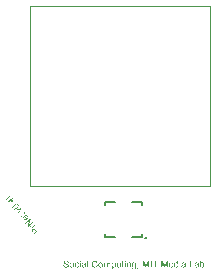
<source format=gto>
G04 Layer_Color=65535*
%FSAX24Y24*%
%MOIN*%
G70*
G01*
G75*
%ADD13C,0.0100*%
%ADD19C,0.0050*%
%ADD20C,0.0020*%
G36*
X036940Y020213D02*
X036968D01*
Y020191D01*
X036940D01*
Y020096D01*
Y020095D01*
Y020094D01*
Y020092D01*
X036940Y020090D01*
X036940Y020084D01*
X036941Y020082D01*
X036941Y020080D01*
X036941Y020080D01*
X036942Y020079D01*
X036944Y020077D01*
X036946Y020075D01*
X036946Y020075D01*
X036948Y020074D01*
X036951Y020074D01*
X036955Y020073D01*
X036958D01*
X036960Y020074D01*
X036962D01*
X036965Y020074D01*
X036968Y020074D01*
X036971Y020050D01*
X036970D01*
X036969Y020050D01*
X036967Y020049D01*
X036964Y020049D01*
X036961Y020048D01*
X036957Y020048D01*
X036950Y020048D01*
X036947D01*
X036945Y020048D01*
X036942Y020048D01*
X036938Y020049D01*
X036934Y020050D01*
X036930Y020051D01*
X036927Y020052D01*
X036926Y020053D01*
X036925Y020053D01*
X036924Y020054D01*
X036922Y020056D01*
X036921Y020057D01*
X036919Y020060D01*
X036917Y020062D01*
X036915Y020065D01*
Y020065D01*
X036915Y020067D01*
X036914Y020069D01*
X036914Y020072D01*
X036913Y020076D01*
X036913Y020079D01*
Y020082D01*
X036912Y020085D01*
X036912Y020089D01*
Y020093D01*
Y020097D01*
Y020191D01*
X036892D01*
Y020213D01*
X036912D01*
Y020253D01*
X036940Y020269D01*
Y020213D01*
D02*
G37*
G36*
X035524Y020050D02*
X035497D01*
Y020213D01*
X035524D01*
Y020050D01*
D02*
G37*
G36*
X035642Y020216D02*
X035647Y020216D01*
X035652Y020215D01*
X035658Y020214D01*
X035663Y020213D01*
X035669Y020211D01*
X035669Y020211D01*
X035671Y020210D01*
X035673Y020209D01*
X035676Y020208D01*
X035679Y020206D01*
X035683Y020204D01*
X035685Y020201D01*
X035688Y020199D01*
X035688Y020198D01*
X035689Y020197D01*
X035690Y020196D01*
X035691Y020194D01*
X035693Y020191D01*
X035694Y020188D01*
X035696Y020184D01*
X035696Y020180D01*
Y020180D01*
X035697Y020179D01*
X035697Y020177D01*
X035697Y020174D01*
Y020171D01*
X035698Y020167D01*
X035698Y020161D01*
Y020155D01*
Y020118D01*
Y020118D01*
Y020116D01*
Y020114D01*
Y020112D01*
Y020109D01*
Y020105D01*
X035698Y020098D01*
Y020090D01*
X035699Y020081D01*
X035699Y020078D01*
Y020075D01*
X035699Y020072D01*
X035700Y020069D01*
Y020069D01*
X035700Y020068D01*
X035700Y020066D01*
X035701Y020063D01*
X035702Y020060D01*
X035703Y020057D01*
X035705Y020054D01*
X035707Y020050D01*
X035678D01*
X035677Y020050D01*
X035677Y020052D01*
X035676Y020053D01*
X035675Y020056D01*
X035674Y020059D01*
X035674Y020062D01*
X035673Y020066D01*
X035673Y020070D01*
X035672D01*
X035672Y020070D01*
X035670Y020068D01*
X035667Y020066D01*
X035663Y020063D01*
X035658Y020060D01*
X035653Y020057D01*
X035648Y020054D01*
X035643Y020052D01*
X035642Y020051D01*
X035640Y020051D01*
X035637Y020050D01*
X035634Y020049D01*
X035629Y020048D01*
X035624Y020047D01*
X035618Y020047D01*
X035612Y020046D01*
X035610D01*
X035608Y020047D01*
X035605D01*
X035603Y020047D01*
X035597Y020048D01*
X035591Y020050D01*
X035583Y020052D01*
X035577Y020055D01*
X035571Y020059D01*
X035570Y020060D01*
X035569Y020062D01*
X035567Y020065D01*
X035564Y020068D01*
X035561Y020073D01*
X035559Y020079D01*
X035557Y020086D01*
X035557Y020089D01*
X035557Y020093D01*
Y020093D01*
Y020095D01*
X035557Y020097D01*
X035557Y020100D01*
X035558Y020103D01*
X035559Y020107D01*
X035560Y020111D01*
X035562Y020114D01*
X035562Y020115D01*
X035563Y020116D01*
X035564Y020118D01*
X035566Y020120D01*
X035568Y020123D01*
X035570Y020125D01*
X035573Y020128D01*
X035576Y020130D01*
X035577Y020131D01*
X035578Y020131D01*
X035580Y020133D01*
X035582Y020134D01*
X035585Y020135D01*
X035589Y020137D01*
X035592Y020138D01*
X035596Y020139D01*
X035597D01*
X035598Y020140D01*
X035600Y020140D01*
X035603Y020141D01*
X035606Y020141D01*
X035610Y020142D01*
X035615Y020143D01*
X035621Y020144D01*
X035621D01*
X035622Y020144D01*
X035624D01*
X035626Y020144D01*
X035629Y020145D01*
X035632Y020145D01*
X035636Y020146D01*
X035639Y020146D01*
X035647Y020148D01*
X035656Y020149D01*
X035663Y020151D01*
X035667Y020152D01*
X035670Y020153D01*
Y020154D01*
Y020154D01*
X035670Y020156D01*
Y020159D01*
Y020160D01*
Y020160D01*
Y020161D01*
Y020161D01*
Y020163D01*
X035670Y020166D01*
X035669Y020170D01*
X035668Y020174D01*
X035667Y020178D01*
X035665Y020181D01*
X035662Y020184D01*
X035662Y020184D01*
X035660Y020186D01*
X035658Y020187D01*
X035654Y020189D01*
X035650Y020191D01*
X035645Y020192D01*
X035638Y020193D01*
X035631Y020194D01*
X035627D01*
X035624Y020193D01*
X035620Y020193D01*
X035615Y020192D01*
X035610Y020191D01*
X035606Y020189D01*
X035602Y020187D01*
X035602Y020186D01*
X035600Y020185D01*
X035599Y020184D01*
X035597Y020181D01*
X035595Y020178D01*
X035592Y020174D01*
X035591Y020169D01*
X035589Y020163D01*
X035562Y020166D01*
Y020167D01*
X035562Y020167D01*
Y020168D01*
X035562Y020169D01*
X035563Y020172D01*
X035565Y020176D01*
X035566Y020181D01*
X035568Y020185D01*
X035571Y020190D01*
X035574Y020194D01*
X035574Y020194D01*
X035575Y020195D01*
X035577Y020197D01*
X035580Y020200D01*
X035583Y020203D01*
X035588Y020205D01*
X035592Y020208D01*
X035598Y020210D01*
X035598D01*
X035599Y020211D01*
X035600Y020211D01*
X035601Y020211D01*
X035604Y020212D01*
X035609Y020213D01*
X035614Y020214D01*
X035620Y020215D01*
X035627Y020216D01*
X035635Y020216D01*
X035638D01*
X035642Y020216D01*
D02*
G37*
G36*
X036195D02*
X036198Y020216D01*
X036201Y020215D01*
X036205Y020214D01*
X036209Y020214D01*
X036217Y020211D01*
X036222Y020209D01*
X036227Y020207D01*
X036231Y020205D01*
X036236Y020201D01*
X036240Y020198D01*
X036244Y020194D01*
X036244Y020194D01*
X036245Y020193D01*
X036246Y020192D01*
X036247Y020190D01*
X036249Y020188D01*
X036251Y020185D01*
X036253Y020182D01*
X036255Y020178D01*
X036257Y020174D01*
X036259Y020170D01*
X036261Y020165D01*
X036262Y020159D01*
X036263Y020153D01*
X036264Y020147D01*
X036265Y020141D01*
X036265Y020134D01*
Y020133D01*
Y020132D01*
Y020131D01*
Y020128D01*
X036265Y020126D01*
X036265Y020123D01*
Y020119D01*
X036264Y020116D01*
X036263Y020108D01*
X036261Y020100D01*
X036259Y020091D01*
X036256Y020084D01*
Y020084D01*
X036255Y020083D01*
X036255Y020082D01*
X036254Y020081D01*
X036252Y020078D01*
X036249Y020074D01*
X036245Y020069D01*
X036240Y020065D01*
X036235Y020060D01*
X036228Y020056D01*
X036228D01*
X036228Y020056D01*
X036227Y020055D01*
X036225Y020055D01*
X036223Y020054D01*
X036221Y020053D01*
X036217Y020051D01*
X036211Y020050D01*
X036204Y020048D01*
X036197Y020047D01*
X036189Y020046D01*
X036186D01*
X036183Y020047D01*
X036181Y020047D01*
X036177Y020048D01*
X036173Y020048D01*
X036170Y020049D01*
X036161Y020052D01*
X036156Y020054D01*
X036151Y020056D01*
X036147Y020058D01*
X036142Y020061D01*
X036138Y020064D01*
X036134Y020068D01*
X036134Y020068D01*
X036133Y020069D01*
X036132Y020070D01*
X036131Y020072D01*
X036129Y020075D01*
X036127Y020077D01*
X036125Y020080D01*
X036124Y020084D01*
X036122Y020089D01*
X036120Y020093D01*
X036118Y020099D01*
X036116Y020104D01*
X036115Y020110D01*
X036114Y020117D01*
X036113Y020124D01*
X036113Y020131D01*
Y020132D01*
Y020133D01*
X036113Y020136D01*
Y020139D01*
X036114Y020142D01*
X036114Y020147D01*
X036115Y020151D01*
X036116Y020157D01*
X036118Y020162D01*
X036119Y020167D01*
X036121Y020173D01*
X036124Y020179D01*
X036126Y020184D01*
X036130Y020189D01*
X036134Y020194D01*
X036138Y020198D01*
X036138Y020198D01*
X036139Y020199D01*
X036140Y020200D01*
X036142Y020201D01*
X036144Y020202D01*
X036147Y020204D01*
X036149Y020206D01*
X036152Y020207D01*
X036156Y020209D01*
X036160Y020210D01*
X036169Y020213D01*
X036179Y020216D01*
X036184Y020216D01*
X036189Y020216D01*
X036193D01*
X036195Y020216D01*
D02*
G37*
G36*
X038547D02*
X038550Y020216D01*
X038553Y020215D01*
X038557Y020214D01*
X038561Y020213D01*
X038565Y020212D01*
X038569Y020211D01*
X038574Y020209D01*
X038578Y020207D01*
X038583Y020204D01*
X038587Y020201D01*
X038591Y020198D01*
X038595Y020194D01*
X038596Y020194D01*
X038596Y020193D01*
X038597Y020192D01*
X038599Y020190D01*
X038600Y020187D01*
X038602Y020185D01*
X038604Y020182D01*
X038606Y020178D01*
X038608Y020173D01*
X038610Y020169D01*
X038611Y020164D01*
X038613Y020158D01*
X038614Y020152D01*
X038615Y020146D01*
X038616Y020139D01*
X038616Y020131D01*
Y020131D01*
Y020130D01*
Y020127D01*
X038616Y020124D01*
X038494D01*
Y020124D01*
Y020123D01*
X038495Y020122D01*
Y020120D01*
X038495Y020117D01*
X038496Y020115D01*
X038496Y020109D01*
X038498Y020102D01*
X038501Y020095D01*
X038505Y020089D01*
X038509Y020083D01*
X038509D01*
X038510Y020082D01*
X038512Y020081D01*
X038515Y020079D01*
X038519Y020076D01*
X038524Y020074D01*
X038530Y020071D01*
X038536Y020070D01*
X038540Y020069D01*
X038543Y020069D01*
X038546D01*
X038549Y020069D01*
X038553Y020070D01*
X038556Y020071D01*
X038561Y020072D01*
X038565Y020074D01*
X038569Y020077D01*
X038570Y020077D01*
X038571Y020079D01*
X038573Y020080D01*
X038576Y020083D01*
X038578Y020087D01*
X038581Y020091D01*
X038584Y020096D01*
X038587Y020102D01*
X038615Y020099D01*
Y020099D01*
X038615Y020098D01*
X038614Y020097D01*
X038614Y020095D01*
X038613Y020093D01*
X038612Y020090D01*
X038609Y020085D01*
X038606Y020079D01*
X038601Y020072D01*
X038596Y020066D01*
X038590Y020060D01*
X038589D01*
X038589Y020059D01*
X038588Y020059D01*
X038587Y020058D01*
X038585Y020057D01*
X038583Y020056D01*
X038580Y020055D01*
X038577Y020053D01*
X038574Y020052D01*
X038571Y020051D01*
X038563Y020049D01*
X038554Y020047D01*
X038543Y020046D01*
X038540D01*
X038538Y020047D01*
X038535Y020047D01*
X038531Y020048D01*
X038527Y020048D01*
X038523Y020049D01*
X038514Y020052D01*
X038509Y020054D01*
X038505Y020056D01*
X038500Y020058D01*
X038495Y020061D01*
X038491Y020064D01*
X038487Y020068D01*
X038486Y020068D01*
X038486Y020069D01*
X038485Y020070D01*
X038484Y020072D01*
X038482Y020075D01*
X038480Y020077D01*
X038478Y020080D01*
X038476Y020084D01*
X038474Y020088D01*
X038473Y020093D01*
X038471Y020098D01*
X038469Y020103D01*
X038468Y020109D01*
X038467Y020116D01*
X038466Y020123D01*
X038466Y020130D01*
Y020130D01*
Y020132D01*
Y020134D01*
X038466Y020137D01*
X038467Y020140D01*
X038467Y020144D01*
X038468Y020148D01*
X038469Y020153D01*
X038471Y020163D01*
X038473Y020169D01*
X038475Y020174D01*
X038477Y020179D01*
X038480Y020184D01*
X038484Y020189D01*
X038487Y020194D01*
X038487Y020194D01*
X038488Y020194D01*
X038489Y020195D01*
X038491Y020197D01*
X038493Y020199D01*
X038496Y020201D01*
X038498Y020203D01*
X038502Y020205D01*
X038506Y020207D01*
X038510Y020209D01*
X038514Y020211D01*
X038519Y020213D01*
X038524Y020214D01*
X038530Y020215D01*
X038536Y020216D01*
X038542Y020216D01*
X038545D01*
X038547Y020216D01*
D02*
G37*
G36*
X039531Y020194D02*
X039531Y020194D01*
X039531Y020195D01*
X039532Y020196D01*
X039534Y020198D01*
X039536Y020199D01*
X039538Y020201D01*
X039540Y020203D01*
X039543Y020205D01*
X039549Y020209D01*
X039557Y020213D01*
X039561Y020214D01*
X039565Y020215D01*
X039570Y020216D01*
X039575Y020216D01*
X039578D01*
X039581Y020216D01*
X039584Y020216D01*
X039588Y020215D01*
X039593Y020214D01*
X039598Y020212D01*
X039603Y020210D01*
X039604Y020210D01*
X039606Y020209D01*
X039608Y020207D01*
X039611Y020206D01*
X039615Y020203D01*
X039618Y020200D01*
X039622Y020197D01*
X039625Y020193D01*
X039626Y020193D01*
X039627Y020191D01*
X039628Y020189D01*
X039630Y020186D01*
X039632Y020182D01*
X039635Y020177D01*
X039637Y020172D01*
X039639Y020167D01*
Y020166D01*
X039639Y020166D01*
X039640Y020165D01*
X039640Y020164D01*
X039641Y020161D01*
X039642Y020157D01*
X039642Y020152D01*
X039643Y020146D01*
X039644Y020140D01*
X039644Y020134D01*
Y020133D01*
Y020132D01*
Y020130D01*
X039644Y020127D01*
X039643Y020123D01*
X039643Y020119D01*
X039642Y020115D01*
X039642Y020110D01*
X039639Y020100D01*
X039637Y020094D01*
X039635Y020089D01*
X039633Y020083D01*
X039630Y020079D01*
X039627Y020074D01*
X039623Y020069D01*
X039623Y020069D01*
X039622Y020068D01*
X039621Y020067D01*
X039620Y020066D01*
X039618Y020064D01*
X039615Y020062D01*
X039613Y020060D01*
X039609Y020058D01*
X039606Y020056D01*
X039602Y020054D01*
X039594Y020050D01*
X039589Y020048D01*
X039584Y020047D01*
X039579Y020047D01*
X039574Y020046D01*
X039573D01*
X039571Y020047D01*
X039569D01*
X039567Y020047D01*
X039564Y020048D01*
X039557Y020049D01*
X039554Y020051D01*
X039550Y020052D01*
X039546Y020054D01*
X039543Y020056D01*
X039539Y020059D01*
X039535Y020063D01*
X039532Y020066D01*
X039529Y020070D01*
Y020050D01*
X039503D01*
Y020274D01*
X039531D01*
Y020194D01*
D02*
G37*
G36*
X038100Y020248D02*
X038026D01*
Y020050D01*
X037996D01*
Y020248D01*
X037922D01*
Y020274D01*
X038100D01*
Y020248D01*
D02*
G37*
G36*
X038852Y020050D02*
X038824D01*
Y020213D01*
X038852D01*
Y020050D01*
D02*
G37*
G36*
X038970Y020216D02*
X038974Y020216D01*
X038980Y020215D01*
X038985Y020214D01*
X038991Y020213D01*
X038996Y020211D01*
X038997Y020211D01*
X038998Y020210D01*
X039001Y020209D01*
X039004Y020208D01*
X039007Y020206D01*
X039010Y020204D01*
X039013Y020201D01*
X039016Y020199D01*
X039016Y020198D01*
X039017Y020197D01*
X039018Y020196D01*
X039019Y020194D01*
X039020Y020191D01*
X039022Y020188D01*
X039023Y020184D01*
X039024Y020180D01*
Y020180D01*
X039024Y020179D01*
X039025Y020177D01*
X039025Y020174D01*
Y020171D01*
X039025Y020167D01*
X039026Y020161D01*
Y020155D01*
Y020118D01*
Y020118D01*
Y020116D01*
Y020114D01*
Y020112D01*
Y020109D01*
Y020105D01*
X039026Y020098D01*
Y020090D01*
X039026Y020081D01*
X039027Y020078D01*
Y020075D01*
X039027Y020072D01*
X039027Y020069D01*
Y020069D01*
X039028Y020068D01*
X039028Y020066D01*
X039029Y020063D01*
X039029Y020060D01*
X039031Y020057D01*
X039032Y020054D01*
X039034Y020050D01*
X039005D01*
X039005Y020050D01*
X039005Y020052D01*
X039004Y020053D01*
X039003Y020056D01*
X039002Y020059D01*
X039001Y020062D01*
X039001Y020066D01*
X039000Y020070D01*
X039000D01*
X038999Y020070D01*
X038997Y020068D01*
X038994Y020066D01*
X038991Y020063D01*
X038986Y020060D01*
X038981Y020057D01*
X038976Y020054D01*
X038970Y020052D01*
X038970Y020051D01*
X038968Y020051D01*
X038965Y020050D01*
X038961Y020049D01*
X038957Y020048D01*
X038951Y020047D01*
X038946Y020047D01*
X038940Y020046D01*
X038937D01*
X038935Y020047D01*
X038933D01*
X038930Y020047D01*
X038925Y020048D01*
X038918Y020050D01*
X038911Y020052D01*
X038904Y020055D01*
X038899Y020059D01*
X038898Y020060D01*
X038896Y020062D01*
X038894Y020065D01*
X038891Y020068D01*
X038889Y020073D01*
X038887Y020079D01*
X038885Y020086D01*
X038885Y020089D01*
X038884Y020093D01*
Y020093D01*
Y020095D01*
X038885Y020097D01*
X038885Y020100D01*
X038886Y020103D01*
X038887Y020107D01*
X038888Y020111D01*
X038890Y020114D01*
X038890Y020115D01*
X038890Y020116D01*
X038892Y020118D01*
X038893Y020120D01*
X038895Y020123D01*
X038898Y020125D01*
X038901Y020128D01*
X038904Y020130D01*
X038904Y020131D01*
X038905Y020131D01*
X038907Y020133D01*
X038910Y020134D01*
X038913Y020135D01*
X038916Y020137D01*
X038920Y020138D01*
X038924Y020139D01*
X038924D01*
X038925Y020140D01*
X038927Y020140D01*
X038930Y020141D01*
X038933Y020141D01*
X038937Y020142D01*
X038942Y020143D01*
X038948Y020144D01*
X038948D01*
X038950Y020144D01*
X038951D01*
X038954Y020144D01*
X038956Y020145D01*
X038960Y020145D01*
X038963Y020146D01*
X038967Y020146D01*
X038975Y020148D01*
X038983Y020149D01*
X038991Y020151D01*
X038994Y020152D01*
X038997Y020153D01*
Y020154D01*
Y020154D01*
X038998Y020156D01*
Y020159D01*
Y020160D01*
Y020160D01*
Y020161D01*
Y020161D01*
Y020163D01*
X038997Y020166D01*
X038997Y020170D01*
X038996Y020174D01*
X038994Y020178D01*
X038992Y020181D01*
X038990Y020184D01*
X038989Y020184D01*
X038988Y020186D01*
X038985Y020187D01*
X038982Y020189D01*
X038977Y020191D01*
X038972Y020192D01*
X038966Y020193D01*
X038958Y020194D01*
X038955D01*
X038952Y020193D01*
X038947Y020193D01*
X038943Y020192D01*
X038938Y020191D01*
X038933Y020189D01*
X038929Y020187D01*
X038929Y020186D01*
X038928Y020185D01*
X038926Y020184D01*
X038924Y020181D01*
X038922Y020178D01*
X038920Y020174D01*
X038918Y020169D01*
X038916Y020163D01*
X038889Y020166D01*
Y020167D01*
X038890Y020167D01*
Y020168D01*
X038890Y020169D01*
X038891Y020172D01*
X038892Y020176D01*
X038894Y020181D01*
X038896Y020185D01*
X038898Y020190D01*
X038901Y020194D01*
X038902Y020194D01*
X038903Y020195D01*
X038905Y020197D01*
X038907Y020200D01*
X038911Y020203D01*
X038915Y020205D01*
X038920Y020208D01*
X038925Y020210D01*
X038926D01*
X038926Y020211D01*
X038927Y020211D01*
X038928Y020211D01*
X038932Y020212D01*
X038936Y020213D01*
X038941Y020214D01*
X038948Y020215D01*
X038955Y020216D01*
X038962Y020216D01*
X038966D01*
X038970Y020216D01*
D02*
G37*
G36*
X035767Y020050D02*
X035740D01*
Y020274D01*
X035767D01*
Y020050D01*
D02*
G37*
G36*
X037022D02*
X036995D01*
Y020213D01*
X037022D01*
Y020050D01*
D02*
G37*
G36*
X037887D02*
X037857D01*
Y020274D01*
X037887D01*
Y020050D01*
D02*
G37*
G36*
X035237Y020216D02*
X035240Y020216D01*
X035243Y020215D01*
X035246Y020214D01*
X035251Y020214D01*
X035259Y020211D01*
X035264Y020209D01*
X035268Y020207D01*
X035273Y020205D01*
X035278Y020201D01*
X035282Y020198D01*
X035286Y020194D01*
X035286Y020194D01*
X035287Y020193D01*
X035288Y020192D01*
X035289Y020190D01*
X035291Y020188D01*
X035293Y020185D01*
X035295Y020182D01*
X035297Y020178D01*
X035299Y020174D01*
X035301Y020170D01*
X035303Y020165D01*
X035304Y020159D01*
X035305Y020153D01*
X035306Y020147D01*
X035307Y020141D01*
X035307Y020134D01*
Y020133D01*
Y020132D01*
Y020131D01*
Y020128D01*
X035307Y020126D01*
X035307Y020123D01*
Y020119D01*
X035306Y020116D01*
X035305Y020108D01*
X035303Y020100D01*
X035301Y020091D01*
X035298Y020084D01*
Y020084D01*
X035297Y020083D01*
X035297Y020082D01*
X035296Y020081D01*
X035294Y020078D01*
X035291Y020074D01*
X035287Y020069D01*
X035282Y020065D01*
X035277Y020060D01*
X035270Y020056D01*
X035270D01*
X035269Y020056D01*
X035268Y020055D01*
X035267Y020055D01*
X035265Y020054D01*
X035263Y020053D01*
X035258Y020051D01*
X035253Y020050D01*
X035246Y020048D01*
X035239Y020047D01*
X035231Y020046D01*
X035228D01*
X035225Y020047D01*
X035222Y020047D01*
X035219Y020048D01*
X035215Y020048D01*
X035211Y020049D01*
X035203Y020052D01*
X035198Y020054D01*
X035193Y020056D01*
X035189Y020058D01*
X035184Y020061D01*
X035180Y020064D01*
X035176Y020068D01*
X035175Y020068D01*
X035175Y020069D01*
X035174Y020070D01*
X035173Y020072D01*
X035171Y020075D01*
X035169Y020077D01*
X035167Y020080D01*
X035165Y020084D01*
X035164Y020089D01*
X035162Y020093D01*
X035160Y020099D01*
X035158Y020104D01*
X035157Y020110D01*
X035156Y020117D01*
X035155Y020124D01*
X035155Y020131D01*
Y020132D01*
Y020133D01*
X035155Y020136D01*
Y020139D01*
X035156Y020142D01*
X035156Y020147D01*
X035157Y020151D01*
X035158Y020157D01*
X035160Y020162D01*
X035161Y020167D01*
X035163Y020173D01*
X035166Y020179D01*
X035168Y020184D01*
X035172Y020189D01*
X035175Y020194D01*
X035180Y020198D01*
X035180Y020198D01*
X035181Y020199D01*
X035182Y020200D01*
X035184Y020201D01*
X035186Y020202D01*
X035188Y020204D01*
X035191Y020206D01*
X035194Y020207D01*
X035198Y020209D01*
X035202Y020210D01*
X035210Y020213D01*
X035221Y020216D01*
X035226Y020216D01*
X035231Y020216D01*
X035234D01*
X035237Y020216D01*
D02*
G37*
G36*
X033716Y021793D02*
X033724Y021792D01*
X033725Y021791D01*
X033725Y021791D01*
X033727Y021791D01*
X033728Y021791D01*
X033730Y021790D01*
X033732Y021789D01*
X033735Y021788D01*
X033738Y021786D01*
X033741Y021785D01*
X033744Y021783D01*
X033751Y021778D01*
X033758Y021772D01*
X033765Y021765D01*
X033765Y021765D01*
X033766Y021764D01*
X033767Y021762D01*
X033768Y021760D01*
X033770Y021758D01*
X033771Y021755D01*
X033773Y021751D01*
X033776Y021748D01*
X033780Y021739D01*
X033781Y021734D01*
X033783Y021729D01*
X033784Y021724D01*
X033784Y021719D01*
X033785Y021713D01*
X033784Y021708D01*
X033784Y021707D01*
X033784Y021706D01*
X033784Y021705D01*
X033783Y021702D01*
X033782Y021700D01*
X033782Y021697D01*
X033780Y021693D01*
X033779Y021689D01*
X033777Y021685D01*
X033775Y021681D01*
X033772Y021676D01*
X033769Y021671D01*
X033765Y021667D01*
X033761Y021662D01*
X033756Y021657D01*
X033751Y021652D01*
X033750Y021652D01*
X033749Y021651D01*
X033748Y021650D01*
X033745Y021648D01*
X033742Y021646D01*
X033739Y021644D01*
X033735Y021641D01*
X033731Y021639D01*
X033721Y021634D01*
X033716Y021632D01*
X033711Y021630D01*
X033705Y021629D01*
X033700Y021628D01*
X033694Y021627D01*
X033688Y021627D01*
X033688Y021627D01*
X033687Y021627D01*
X033685Y021628D01*
X033683Y021628D01*
X033680Y021628D01*
X033677Y021629D01*
X033674Y021630D01*
X033670Y021631D01*
X033666Y021633D01*
X033662Y021635D01*
X033657Y021637D01*
X033653Y021639D01*
X033648Y021642D01*
X033644Y021646D01*
X033640Y021650D01*
X033636Y021655D01*
X033635Y021655D01*
X033635Y021656D01*
X033633Y021657D01*
X033632Y021659D01*
X033631Y021661D01*
X033629Y021664D01*
X033627Y021667D01*
X033625Y021671D01*
X033624Y021675D01*
X033622Y021679D01*
X033621Y021683D01*
X033619Y021688D01*
X033618Y021694D01*
X033618Y021699D01*
X033618Y021704D01*
X033618Y021710D01*
X033618Y021710D01*
X033618Y021711D01*
X033619Y021713D01*
X033619Y021715D01*
X033620Y021718D01*
X033621Y021721D01*
X033622Y021724D01*
X033624Y021728D01*
X033626Y021732D01*
X033628Y021737D01*
X033631Y021741D01*
X033634Y021746D01*
X033638Y021751D01*
X033643Y021756D01*
X033647Y021761D01*
X033653Y021766D01*
X033653Y021766D01*
X033654Y021767D01*
X033656Y021768D01*
X033659Y021770D01*
X033737Y021677D01*
X033737Y021677D01*
X033738Y021678D01*
X033738Y021679D01*
X033740Y021680D01*
X033741Y021682D01*
X033743Y021684D01*
X033747Y021689D01*
X033751Y021694D01*
X033754Y021701D01*
X033757Y021708D01*
X033759Y021715D01*
X033758Y021715D01*
X033759Y021716D01*
X033759Y021719D01*
X033758Y021722D01*
X033758Y021727D01*
X033756Y021732D01*
X033754Y021738D01*
X033751Y021744D01*
X033749Y021747D01*
X033747Y021750D01*
X033747Y021751D01*
X033747Y021751D01*
X033745Y021752D01*
X033743Y021754D01*
X033741Y021757D01*
X033737Y021759D01*
X033733Y021762D01*
X033729Y021764D01*
X033725Y021765D01*
X033724Y021765D01*
X033722Y021766D01*
X033719Y021766D01*
X033716Y021766D01*
X033711Y021766D01*
X033706Y021765D01*
X033700Y021764D01*
X033694Y021762D01*
X033678Y021786D01*
X033679Y021786D01*
X033679Y021786D01*
X033680Y021787D01*
X033682Y021788D01*
X033684Y021788D01*
X033687Y021789D01*
X033693Y021791D01*
X033700Y021792D01*
X033708Y021793D01*
X033716Y021793D01*
D02*
G37*
G36*
X033653Y021892D02*
X033654Y021891D01*
X033656Y021890D01*
X033658Y021888D01*
X033661Y021886D01*
X033663Y021883D01*
X033668Y021878D01*
X033668Y021878D01*
X033670Y021876D01*
X033671Y021874D01*
X033673Y021871D01*
X033675Y021868D01*
X033677Y021864D01*
X033678Y021861D01*
X033679Y021857D01*
X033679Y021857D01*
X033680Y021856D01*
X033680Y021854D01*
X033680Y021851D01*
X033679Y021849D01*
X033679Y021846D01*
X033678Y021843D01*
X033677Y021840D01*
X033677Y021840D01*
X033676Y021839D01*
X033675Y021837D01*
X033673Y021835D01*
X033670Y021831D01*
X033668Y021829D01*
X033666Y021828D01*
X033663Y021825D01*
X033661Y021823D01*
X033658Y021820D01*
X033654Y021817D01*
X033582Y021757D01*
X033595Y021741D01*
X033579Y021727D01*
X033566Y021743D01*
X033535Y021717D01*
X033505Y021728D01*
X033548Y021764D01*
X033530Y021785D01*
X033547Y021799D01*
X033565Y021778D01*
X033638Y021839D01*
X033638Y021840D01*
X033639Y021841D01*
X033641Y021842D01*
X033642Y021843D01*
X033646Y021847D01*
X033648Y021849D01*
X033649Y021850D01*
X033649Y021851D01*
X033649Y021852D01*
X033650Y021854D01*
X033650Y021857D01*
X033649Y021858D01*
X033649Y021859D01*
X033647Y021862D01*
X033645Y021866D01*
X033645Y021866D01*
X033644Y021866D01*
X033644Y021867D01*
X033643Y021868D01*
X033642Y021869D01*
X033640Y021871D01*
X033638Y021873D01*
X033636Y021874D01*
X033653Y021893D01*
X033653Y021892D01*
D02*
G37*
G36*
X033553Y022011D02*
X033468Y021860D01*
X033449Y021882D01*
X033501Y021972D01*
X033502Y021972D01*
X033502Y021972D01*
X033502Y021973D01*
X033503Y021974D01*
X033505Y021977D01*
X033507Y021981D01*
X033510Y021985D01*
X033513Y021990D01*
X033516Y021995D01*
X033520Y022001D01*
X033519Y022001D01*
X033518Y022000D01*
X033515Y021999D01*
X033511Y021997D01*
X033507Y021996D01*
X033502Y021993D01*
X033496Y021991D01*
X033490Y021989D01*
X033390Y021952D01*
X033372Y021974D01*
X033536Y022031D01*
X033553Y022011D01*
D02*
G37*
G36*
X033967Y021346D02*
X033968Y021346D01*
X033970Y021345D01*
X033972Y021345D01*
X033974Y021344D01*
X033977Y021343D01*
X033981Y021342D01*
X033984Y021341D01*
X033988Y021339D01*
X033993Y021336D01*
X033997Y021333D01*
X034002Y021329D01*
X034008Y021325D01*
X034013Y021320D01*
X034019Y021314D01*
X034024Y021308D01*
X034061Y021264D01*
X034131Y021323D01*
X034150Y021300D01*
X033978Y021156D01*
X033924Y021220D01*
X033924Y021221D01*
X033923Y021221D01*
X033923Y021222D01*
X033922Y021223D01*
X033921Y021225D01*
X033919Y021226D01*
X033916Y021230D01*
X033913Y021235D01*
X033909Y021239D01*
X033906Y021244D01*
X033904Y021248D01*
X033904Y021248D01*
X033903Y021249D01*
X033902Y021251D01*
X033901Y021253D01*
X033899Y021257D01*
X033898Y021261D01*
X033896Y021266D01*
X033895Y021271D01*
X033894Y021276D01*
X033894Y021277D01*
X033894Y021278D01*
X033894Y021281D01*
X033894Y021285D01*
X033895Y021289D01*
X033896Y021293D01*
X033897Y021299D01*
X033899Y021304D01*
X033899Y021304D01*
X033900Y021306D01*
X033901Y021309D01*
X033904Y021312D01*
X033906Y021316D01*
X033910Y021320D01*
X033914Y021325D01*
X033918Y021329D01*
X033918Y021329D01*
X033919Y021330D01*
X033920Y021330D01*
X033922Y021332D01*
X033924Y021333D01*
X033926Y021335D01*
X033929Y021336D01*
X033933Y021338D01*
X033940Y021341D01*
X033944Y021342D01*
X033948Y021344D01*
X033953Y021345D01*
X033957Y021345D01*
X033962Y021346D01*
X033967Y021346D01*
X033967Y021346D01*
D02*
G37*
G36*
X033855Y021651D02*
X033796Y021449D01*
X033930Y021562D01*
X033949Y021540D01*
X033777Y021396D01*
X033757Y021419D01*
X033817Y021622D01*
X033682Y021509D01*
X033664Y021531D01*
X033835Y021675D01*
X033855Y021651D01*
D02*
G37*
G36*
X034018Y021457D02*
X033894Y021353D01*
X033878Y021372D01*
X033896Y021388D01*
X033896Y021388D01*
X033893Y021387D01*
X033890Y021386D01*
X033886Y021386D01*
X033881Y021386D01*
X033876Y021386D01*
X033872Y021386D01*
X033868Y021386D01*
X033868Y021386D01*
X033867Y021387D01*
X033865Y021388D01*
X033863Y021388D01*
X033860Y021390D01*
X033857Y021392D01*
X033855Y021394D01*
X033852Y021396D01*
X033852Y021397D01*
X033851Y021398D01*
X033849Y021400D01*
X033847Y021404D01*
X033846Y021408D01*
X033844Y021412D01*
X033842Y021418D01*
X033841Y021424D01*
X033867Y021432D01*
X033867Y021432D01*
X033867Y021430D01*
X033868Y021428D01*
X033869Y021426D01*
X033870Y021423D01*
X033871Y021419D01*
X033873Y021416D01*
X033875Y021413D01*
X033875Y021413D01*
X033876Y021412D01*
X033878Y021411D01*
X033879Y021409D01*
X033881Y021408D01*
X033884Y021407D01*
X033887Y021405D01*
X033890Y021404D01*
X033890Y021404D01*
X033891Y021404D01*
X033893Y021404D01*
X033895Y021404D01*
X033898Y021404D01*
X033901Y021405D01*
X033904Y021405D01*
X033908Y021407D01*
X033909Y021407D01*
X033910Y021408D01*
X033913Y021409D01*
X033917Y021411D01*
X033921Y021413D01*
X033926Y021416D01*
X033930Y021420D01*
X033935Y021424D01*
X034000Y021478D01*
X034018Y021457D01*
D02*
G37*
G36*
X033261Y022360D02*
X033220Y022325D01*
X033282Y022250D01*
X033263Y022234D01*
X033086Y022219D01*
X033071Y022237D01*
X033183Y022330D01*
X033163Y022353D01*
X033182Y022369D01*
X033202Y022346D01*
X033243Y022381D01*
X033261Y022360D01*
D02*
G37*
G36*
X037452Y020050D02*
Y020050D01*
Y020049D01*
Y020048D01*
Y020047D01*
X037451Y020044D01*
X037451Y020040D01*
X037450Y020036D01*
X037449Y020031D01*
X037447Y020026D01*
X037445Y020022D01*
X037445Y020022D01*
X037444Y020021D01*
X037443Y020019D01*
X037441Y020016D01*
X037438Y020013D01*
X037435Y020011D01*
X037431Y020008D01*
X037426Y020006D01*
X037418Y020017D01*
X037419Y020018D01*
X037420Y020018D01*
X037421Y020019D01*
X037423Y020020D01*
X037425Y020022D01*
X037427Y020024D01*
X037429Y020026D01*
X037431Y020029D01*
X037431Y020029D01*
X037432Y020030D01*
X037432Y020032D01*
X037433Y020034D01*
X037434Y020037D01*
X037435Y020041D01*
X037435Y020045D01*
X037436Y020050D01*
X037420D01*
Y020081D01*
X037452D01*
Y020050D01*
D02*
G37*
G36*
X037303Y020216D02*
X037305Y020216D01*
X037308Y020215D01*
X037312Y020214D01*
X037315Y020213D01*
X037319Y020212D01*
X037323Y020210D01*
X037327Y020208D01*
X037331Y020206D01*
X037335Y020204D01*
X037339Y020200D01*
X037342Y020197D01*
X037346Y020193D01*
Y020213D01*
X037371D01*
Y020072D01*
Y020072D01*
Y020070D01*
Y020068D01*
Y020066D01*
X037371Y020063D01*
Y020059D01*
X037371Y020056D01*
X037370Y020051D01*
X037369Y020043D01*
X037368Y020033D01*
X037367Y020029D01*
X037366Y020025D01*
X037365Y020022D01*
X037363Y020019D01*
Y020018D01*
X037363Y020018D01*
X037362Y020016D01*
X037360Y020013D01*
X037358Y020010D01*
X037354Y020006D01*
X037350Y020001D01*
X037345Y019997D01*
X037339Y019994D01*
X037339D01*
X037338Y019993D01*
X037337Y019993D01*
X037336Y019992D01*
X037334Y019991D01*
X037332Y019991D01*
X037328Y019989D01*
X037322Y019987D01*
X037315Y019986D01*
X037306Y019985D01*
X037298Y019984D01*
X037295D01*
X037293Y019985D01*
X037290D01*
X037288Y019985D01*
X037284Y019985D01*
X037281Y019986D01*
X037273Y019987D01*
X037266Y019990D01*
X037258Y019993D01*
X037251Y019998D01*
X037250Y019998D01*
X037250Y019998D01*
X037248Y020000D01*
X037245Y020003D01*
X037242Y020007D01*
X037239Y020013D01*
X037236Y020020D01*
X037235Y020023D01*
X037234Y020028D01*
X037234Y020032D01*
Y020037D01*
X037260Y020033D01*
Y020032D01*
X037261Y020031D01*
X037261Y020029D01*
X037262Y020026D01*
X037263Y020023D01*
X037265Y020020D01*
X037267Y020017D01*
X037270Y020015D01*
X037270Y020015D01*
X037271Y020014D01*
X037274Y020012D01*
X037277Y020011D01*
X037281Y020010D01*
X037286Y020008D01*
X037292Y020007D01*
X037298Y020007D01*
X037301D01*
X037304Y020007D01*
X037309Y020008D01*
X037313Y020009D01*
X037318Y020010D01*
X037323Y020012D01*
X037327Y020015D01*
X037328Y020015D01*
X037329Y020016D01*
X037331Y020018D01*
X037333Y020020D01*
X037335Y020023D01*
X037338Y020027D01*
X037340Y020031D01*
X037341Y020036D01*
Y020036D01*
X037342Y020038D01*
X037342Y020040D01*
X037342Y020044D01*
X037343Y020046D01*
Y020048D01*
X037343Y020051D01*
Y020055D01*
Y020058D01*
X037343Y020062D01*
Y020067D01*
Y020071D01*
X037343Y020071D01*
X037342Y020070D01*
X037341Y020069D01*
X037340Y020068D01*
X037339Y020067D01*
X037336Y020065D01*
X037334Y020063D01*
X037331Y020061D01*
X037324Y020057D01*
X037317Y020053D01*
X037313Y020052D01*
X037308Y020051D01*
X037303Y020050D01*
X037298Y020050D01*
X037297D01*
X037295Y020050D01*
X037293D01*
X037290Y020051D01*
X037287Y020051D01*
X037283Y020052D01*
X037279Y020053D01*
X037275Y020054D01*
X037271Y020056D01*
X037267Y020058D01*
X037262Y020060D01*
X037258Y020063D01*
X037254Y020066D01*
X037250Y020070D01*
X037246Y020074D01*
X037246Y020074D01*
X037246Y020075D01*
X037245Y020077D01*
X037243Y020078D01*
X037242Y020081D01*
X037240Y020083D01*
X037239Y020087D01*
X037237Y020090D01*
X037236Y020094D01*
X037234Y020099D01*
X037232Y020103D01*
X037231Y020109D01*
X037229Y020120D01*
X037228Y020126D01*
X037228Y020132D01*
Y020132D01*
Y020133D01*
Y020134D01*
Y020136D01*
X037228Y020138D01*
Y020140D01*
X037229Y020146D01*
X037230Y020153D01*
X037232Y020160D01*
X037234Y020167D01*
X037236Y020175D01*
Y020175D01*
X037237Y020176D01*
X037237Y020177D01*
X037238Y020178D01*
X037240Y020182D01*
X037243Y020186D01*
X037246Y020191D01*
X037250Y020196D01*
X037255Y020201D01*
X037261Y020205D01*
X037261D01*
X037261Y020206D01*
X037262Y020206D01*
X037264Y020207D01*
X037267Y020209D01*
X037271Y020211D01*
X037277Y020213D01*
X037283Y020215D01*
X037291Y020216D01*
X037298Y020216D01*
X037301D01*
X037303Y020216D01*
D02*
G37*
G36*
X033406Y022173D02*
X033406Y022173D01*
X033407Y022173D01*
X033408Y022173D01*
X033409Y022172D01*
X033411Y022171D01*
X033413Y022171D01*
X033418Y022169D01*
X033423Y022166D01*
X033429Y022162D01*
X033435Y022157D01*
X033442Y022150D01*
X033442Y022150D01*
X033442Y022149D01*
X033444Y022148D01*
X033445Y022146D01*
X033446Y022144D01*
X033448Y022141D01*
X033450Y022138D01*
X033451Y022134D01*
X033453Y022130D01*
X033455Y022126D01*
X033456Y022122D01*
X033457Y022117D01*
X033458Y022112D01*
X033458Y022107D01*
X033458Y022102D01*
X033457Y022096D01*
X033457Y022096D01*
X033456Y022095D01*
X033456Y022093D01*
X033455Y022090D01*
X033454Y022087D01*
X033452Y022083D01*
X033450Y022079D01*
X033447Y022074D01*
X033444Y022069D01*
X033440Y022063D01*
X033435Y022056D01*
X033430Y022050D01*
X033424Y022043D01*
X033417Y022036D01*
X033409Y022028D01*
X033401Y022021D01*
X033401Y022021D01*
X033400Y022020D01*
X033398Y022018D01*
X033396Y022017D01*
X033393Y022015D01*
X033390Y022012D01*
X033387Y022010D01*
X033383Y022007D01*
X033374Y022001D01*
X033365Y021995D01*
X033356Y021990D01*
X033351Y021988D01*
X033347Y021986D01*
X033346Y021985D01*
X033346Y021985D01*
X033344Y021985D01*
X033343Y021984D01*
X033340Y021983D01*
X033338Y021983D01*
X033332Y021981D01*
X033325Y021980D01*
X033318Y021979D01*
X033310Y021979D01*
X033302Y021980D01*
X033302Y021981D01*
X033302Y021980D01*
X033300Y021981D01*
X033299Y021981D01*
X033297Y021982D01*
X033295Y021983D01*
X033290Y021985D01*
X033284Y021988D01*
X033278Y021991D01*
X033272Y021997D01*
X033266Y022003D01*
X033266Y022003D01*
X033266Y022004D01*
X033265Y022004D01*
X033264Y022005D01*
X033262Y022008D01*
X033260Y022012D01*
X033258Y022016D01*
X033255Y022021D01*
X033253Y022026D01*
X033252Y022032D01*
X033251Y022032D01*
X033251Y022033D01*
X033251Y022035D01*
X033251Y022038D01*
X033250Y022042D01*
X033251Y022046D01*
X033251Y022052D01*
X033252Y022057D01*
X033253Y022063D01*
X033253Y022064D01*
X033254Y022066D01*
X033255Y022068D01*
X033257Y022073D01*
X033259Y022078D01*
X033262Y022083D01*
X033266Y022089D01*
X033270Y022095D01*
X033270Y022095D01*
X033270Y022096D01*
X033271Y022097D01*
X033272Y022098D01*
X033273Y022100D01*
X033275Y022101D01*
X033276Y022104D01*
X033279Y022106D01*
X033281Y022109D01*
X033284Y022111D01*
X033287Y022115D01*
X033290Y022118D01*
X033294Y022122D01*
X033298Y022125D01*
X033302Y022129D01*
X033307Y022133D01*
X033307Y022133D01*
X033308Y022134D01*
X033310Y022135D01*
X033312Y022137D01*
X033315Y022139D01*
X033318Y022142D01*
X033321Y022144D01*
X033325Y022147D01*
X033333Y022153D01*
X033343Y022158D01*
X033352Y022163D01*
X033356Y022166D01*
X033361Y022167D01*
X033361Y022168D01*
X033362Y022168D01*
X033364Y022168D01*
X033365Y022169D01*
X033367Y022170D01*
X033370Y022170D01*
X033376Y022172D01*
X033382Y022173D01*
X033390Y022174D01*
X033398Y022174D01*
X033406Y022173D01*
D02*
G37*
G36*
X033364Y022237D02*
X033340Y022217D01*
X033319Y022241D01*
X033343Y022261D01*
X033364Y022237D01*
D02*
G37*
G36*
X033199Y022433D02*
X033027Y022289D01*
X033008Y022312D01*
X033160Y022439D01*
X033089Y022524D01*
X033109Y022541D01*
X033199Y022433D01*
D02*
G37*
G36*
X036636Y020216D02*
X036638Y020216D01*
X036643Y020215D01*
X036649Y020214D01*
X036655Y020212D01*
X036661Y020209D01*
X036668Y020205D01*
X036668D01*
X036668Y020205D01*
X036670Y020203D01*
X036673Y020201D01*
X036677Y020197D01*
X036680Y020193D01*
X036684Y020188D01*
X036688Y020182D01*
X036692Y020175D01*
Y020175D01*
X036692Y020174D01*
X036692Y020173D01*
X036693Y020172D01*
X036693Y020170D01*
X036694Y020168D01*
X036696Y020162D01*
X036697Y020156D01*
X036699Y020149D01*
X036700Y020141D01*
X036700Y020132D01*
Y020132D01*
Y020131D01*
Y020130D01*
Y020128D01*
X036700Y020126D01*
Y020123D01*
X036699Y020117D01*
X036698Y020110D01*
X036696Y020103D01*
X036694Y020095D01*
X036691Y020087D01*
Y020087D01*
X036691Y020086D01*
X036690Y020085D01*
X036689Y020084D01*
X036687Y020080D01*
X036684Y020076D01*
X036680Y020071D01*
X036676Y020066D01*
X036671Y020061D01*
X036665Y020057D01*
X036664D01*
X036664Y020056D01*
X036663Y020056D01*
X036662Y020055D01*
X036658Y020054D01*
X036654Y020052D01*
X036648Y020050D01*
X036643Y020048D01*
X036636Y020047D01*
X036629Y020046D01*
X036627D01*
X036624Y020047D01*
X036621Y020047D01*
X036617Y020048D01*
X036613Y020049D01*
X036609Y020050D01*
X036604Y020052D01*
X036604Y020052D01*
X036602Y020053D01*
X036600Y020054D01*
X036598Y020056D01*
X036595Y020058D01*
X036592Y020061D01*
X036589Y020064D01*
X036587Y020067D01*
Y019988D01*
X036559D01*
Y020213D01*
X036584D01*
Y020191D01*
X036584Y020192D01*
X036586Y020193D01*
X036587Y020195D01*
X036590Y020198D01*
X036593Y020201D01*
X036596Y020204D01*
X036600Y020207D01*
X036604Y020210D01*
X036604Y020210D01*
X036606Y020211D01*
X036608Y020212D01*
X036611Y020213D01*
X036615Y020214D01*
X036620Y020215D01*
X036625Y020216D01*
X036631Y020216D01*
X036634D01*
X036636Y020216D01*
D02*
G37*
G36*
X037804Y020050D02*
X037775D01*
Y020238D01*
X037710Y020050D01*
X037683D01*
X037618Y020241D01*
Y020050D01*
X037590D01*
Y020274D01*
X037634D01*
X037687Y020115D01*
Y020115D01*
X037688Y020114D01*
X037688Y020113D01*
X037689Y020112D01*
X037690Y020108D01*
X037692Y020103D01*
X037693Y020097D01*
X037695Y020092D01*
X037697Y020087D01*
X037698Y020082D01*
X037698Y020083D01*
X037699Y020084D01*
X037700Y020087D01*
X037701Y020091D01*
X037703Y020096D01*
X037705Y020102D01*
X037707Y020110D01*
X037710Y020118D01*
X037764Y020274D01*
X037804D01*
Y020050D01*
D02*
G37*
G36*
X038780D02*
X038755D01*
Y020070D01*
X038754Y020070D01*
X038754Y020069D01*
X038753Y020068D01*
X038752Y020067D01*
X038750Y020065D01*
X038748Y020063D01*
X038746Y020061D01*
X038743Y020058D01*
X038740Y020056D01*
X038737Y020054D01*
X038733Y020052D01*
X038729Y020050D01*
X038725Y020049D01*
X038720Y020047D01*
X038715Y020047D01*
X038709Y020046D01*
X038707D01*
X038706Y020047D01*
X038702Y020047D01*
X038697Y020048D01*
X038692Y020049D01*
X038686Y020051D01*
X038680Y020054D01*
X038673Y020057D01*
X038673D01*
X038673Y020058D01*
X038671Y020059D01*
X038668Y020062D01*
X038664Y020065D01*
X038660Y020069D01*
X038656Y020074D01*
X038652Y020080D01*
X038648Y020087D01*
Y020087D01*
X038648Y020088D01*
X038647Y020089D01*
X038647Y020090D01*
X038646Y020092D01*
X038645Y020094D01*
X038645Y020097D01*
X038644Y020100D01*
X038642Y020106D01*
X038641Y020113D01*
X038640Y020122D01*
X038639Y020131D01*
Y020131D01*
Y020132D01*
Y020133D01*
Y020135D01*
X038640Y020137D01*
Y020140D01*
X038640Y020146D01*
X038641Y020152D01*
X038643Y020160D01*
X038645Y020168D01*
X038647Y020175D01*
Y020175D01*
X038648Y020176D01*
X038648Y020177D01*
X038649Y020178D01*
X038651Y020182D01*
X038654Y020186D01*
X038657Y020191D01*
X038661Y020196D01*
X038666Y020201D01*
X038672Y020206D01*
X038672D01*
X038672Y020206D01*
X038673Y020206D01*
X038675Y020207D01*
X038678Y020209D01*
X038682Y020211D01*
X038688Y020213D01*
X038694Y020215D01*
X038701Y020216D01*
X038708Y020216D01*
X038710D01*
X038713Y020216D01*
X038716Y020216D01*
X038721Y020215D01*
X038725Y020214D01*
X038730Y020212D01*
X038734Y020210D01*
X038735Y020209D01*
X038736Y020209D01*
X038738Y020207D01*
X038740Y020206D01*
X038744Y020203D01*
X038747Y020200D01*
X038750Y020197D01*
X038753Y020194D01*
Y020274D01*
X038780D01*
Y020050D01*
D02*
G37*
G36*
X036865D02*
X036840D01*
Y020074D01*
X036840Y020073D01*
X036839Y020072D01*
X036838Y020071D01*
X036836Y020069D01*
X036834Y020068D01*
X036832Y020065D01*
X036830Y020063D01*
X036826Y020060D01*
X036823Y020057D01*
X036819Y020055D01*
X036815Y020053D01*
X036810Y020051D01*
X036805Y020049D01*
X036800Y020048D01*
X036794Y020047D01*
X036788Y020046D01*
X036786D01*
X036783Y020047D01*
X036779Y020047D01*
X036775Y020048D01*
X036771Y020049D01*
X036766Y020050D01*
X036761Y020052D01*
X036761Y020052D01*
X036759Y020053D01*
X036757Y020054D01*
X036754Y020056D01*
X036751Y020058D01*
X036748Y020060D01*
X036745Y020063D01*
X036743Y020066D01*
X036742Y020066D01*
X036742Y020067D01*
X036741Y020069D01*
X036739Y020071D01*
X036738Y020074D01*
X036737Y020078D01*
X036735Y020082D01*
X036734Y020086D01*
Y020086D01*
X036734Y020088D01*
X036734Y020090D01*
Y020092D01*
X036733Y020096D01*
X036733Y020100D01*
X036733Y020106D01*
Y020112D01*
Y020213D01*
X036760D01*
Y020122D01*
Y020122D01*
Y020121D01*
Y020120D01*
Y020119D01*
Y020115D01*
X036761Y020111D01*
Y020106D01*
X036761Y020101D01*
X036761Y020097D01*
X036762Y020093D01*
Y020093D01*
X036762Y020091D01*
X036763Y020090D01*
X036764Y020087D01*
X036766Y020084D01*
X036768Y020081D01*
X036770Y020079D01*
X036773Y020076D01*
X036773Y020076D01*
X036774Y020075D01*
X036776Y020074D01*
X036779Y020073D01*
X036782Y020072D01*
X036785Y020071D01*
X036789Y020070D01*
X036794Y020070D01*
X036796D01*
X036798Y020070D01*
X036801Y020071D01*
X036805Y020072D01*
X036808Y020073D01*
X036813Y020074D01*
X036817Y020076D01*
X036818Y020077D01*
X036819Y020078D01*
X036821Y020079D01*
X036823Y020081D01*
X036826Y020083D01*
X036828Y020086D01*
X036830Y020090D01*
X036832Y020093D01*
X036833Y020094D01*
X036833Y020095D01*
X036834Y020098D01*
X036835Y020102D01*
X036836Y020106D01*
X036836Y020112D01*
X036837Y020118D01*
X036837Y020125D01*
Y020213D01*
X036865D01*
Y020050D01*
D02*
G37*
G36*
X036472Y020216D02*
X036474D01*
X036476Y020216D01*
X036482Y020215D01*
X036488Y020213D01*
X036494Y020210D01*
X036500Y020207D01*
X036505Y020203D01*
X036506Y020202D01*
X036507Y020200D01*
X036509Y020197D01*
X036510Y020195D01*
X036512Y020193D01*
X036513Y020190D01*
X036514Y020187D01*
X036515Y020183D01*
X036516Y020180D01*
X036517Y020176D01*
X036518Y020171D01*
X036518Y020167D01*
Y020161D01*
Y020050D01*
X036491D01*
Y020152D01*
Y020152D01*
Y020153D01*
Y020155D01*
Y020158D01*
X036490Y020161D01*
X036490Y020165D01*
X036490Y020169D01*
X036489Y020173D01*
X036488Y020176D01*
Y020176D01*
X036487Y020177D01*
X036487Y020178D01*
X036486Y020180D01*
X036484Y020182D01*
X036483Y020184D01*
X036481Y020186D01*
X036478Y020188D01*
X036478Y020188D01*
X036477Y020188D01*
X036476Y020189D01*
X036473Y020190D01*
X036471Y020191D01*
X036468Y020192D01*
X036465Y020192D01*
X036462Y020192D01*
X036460D01*
X036459Y020192D01*
X036456Y020192D01*
X036452Y020191D01*
X036447Y020189D01*
X036442Y020187D01*
X036437Y020184D01*
X036433Y020181D01*
X036433Y020180D01*
X036431Y020178D01*
X036429Y020176D01*
X036427Y020172D01*
X036425Y020167D01*
X036424Y020160D01*
X036422Y020153D01*
X036422Y020144D01*
Y020050D01*
X036394D01*
Y020155D01*
Y020156D01*
Y020156D01*
Y020157D01*
Y020158D01*
X036394Y020162D01*
X036393Y020166D01*
X036392Y020170D01*
X036391Y020175D01*
X036390Y020179D01*
X036387Y020183D01*
X036387Y020183D01*
X036386Y020184D01*
X036384Y020186D01*
X036382Y020188D01*
X036379Y020189D01*
X036375Y020191D01*
X036371Y020192D01*
X036365Y020192D01*
X036363D01*
X036361Y020192D01*
X036358Y020192D01*
X036355Y020191D01*
X036351Y020190D01*
X036348Y020188D01*
X036344Y020186D01*
X036344Y020186D01*
X036342Y020185D01*
X036341Y020183D01*
X036338Y020182D01*
X036336Y020179D01*
X036334Y020176D01*
X036332Y020172D01*
X036330Y020168D01*
X036329Y020167D01*
X036329Y020166D01*
X036328Y020163D01*
X036327Y020160D01*
X036326Y020155D01*
X036326Y020149D01*
X036325Y020142D01*
X036325Y020134D01*
Y020050D01*
X036298D01*
Y020213D01*
X036322D01*
Y020189D01*
X036322Y020190D01*
X036323Y020191D01*
X036325Y020194D01*
X036328Y020196D01*
X036331Y020199D01*
X036334Y020203D01*
X036338Y020206D01*
X036343Y020209D01*
X036343Y020209D01*
X036345Y020210D01*
X036347Y020211D01*
X036351Y020213D01*
X036355Y020214D01*
X036360Y020215D01*
X036366Y020216D01*
X036371Y020216D01*
X036374D01*
X036378Y020216D01*
X036382Y020215D01*
X036387Y020214D01*
X036391Y020213D01*
X036396Y020211D01*
X036401Y020208D01*
X036402Y020208D01*
X036403Y020207D01*
X036405Y020206D01*
X036407Y020203D01*
X036410Y020200D01*
X036413Y020196D01*
X036415Y020192D01*
X036417Y020187D01*
X036418Y020188D01*
X036418Y020189D01*
X036419Y020190D01*
X036421Y020192D01*
X036423Y020194D01*
X036425Y020196D01*
X036428Y020199D01*
X036431Y020202D01*
X036435Y020205D01*
X036438Y020207D01*
X036442Y020209D01*
X036447Y020212D01*
X036452Y020214D01*
X036457Y020215D01*
X036462Y020216D01*
X036468Y020216D01*
X036470D01*
X036472Y020216D01*
D02*
G37*
G36*
X037146D02*
X037149Y020216D01*
X037154Y020215D01*
X037158Y020214D01*
X037163Y020213D01*
X037167Y020211D01*
X037168Y020210D01*
X037169Y020210D01*
X037172Y020209D01*
X037174Y020207D01*
X037178Y020205D01*
X037180Y020203D01*
X037183Y020200D01*
X037186Y020197D01*
X037186Y020196D01*
X037187Y020195D01*
X037188Y020194D01*
X037189Y020191D01*
X037191Y020188D01*
X037192Y020185D01*
X037194Y020181D01*
X037195Y020177D01*
Y020176D01*
X037195Y020175D01*
X037195Y020173D01*
X037196Y020171D01*
Y020167D01*
X037196Y020162D01*
X037196Y020157D01*
Y020150D01*
Y020050D01*
X037169D01*
Y020148D01*
Y020149D01*
Y020149D01*
Y020151D01*
Y020154D01*
X037168Y020158D01*
X037168Y020162D01*
X037167Y020166D01*
X037166Y020170D01*
X037166Y020174D01*
Y020174D01*
X037165Y020175D01*
X037164Y020177D01*
X037163Y020179D01*
X037161Y020181D01*
X037159Y020183D01*
X037157Y020185D01*
X037154Y020187D01*
X037154Y020187D01*
X037153Y020188D01*
X037151Y020189D01*
X037148Y020190D01*
X037146Y020191D01*
X037143Y020192D01*
X037139Y020192D01*
X037135Y020192D01*
X037133D01*
X037132Y020192D01*
X037129Y020192D01*
X037124Y020191D01*
X037120Y020189D01*
X037115Y020187D01*
X037109Y020185D01*
X037105Y020181D01*
X037104Y020180D01*
X037103Y020179D01*
X037102Y020177D01*
X037101Y020176D01*
X037099Y020174D01*
X037098Y020171D01*
X037097Y020169D01*
X037096Y020166D01*
X037095Y020162D01*
X037094Y020158D01*
X037093Y020154D01*
X037093Y020149D01*
X037092Y020144D01*
Y020138D01*
Y020050D01*
X037064D01*
Y020213D01*
X037089D01*
Y020189D01*
X037089Y020190D01*
X037090Y020191D01*
X037091Y020192D01*
X037092Y020194D01*
X037094Y020195D01*
X037097Y020198D01*
X037099Y020200D01*
X037102Y020203D01*
X037106Y020205D01*
X037109Y020208D01*
X037114Y020210D01*
X037118Y020212D01*
X037123Y020214D01*
X037129Y020215D01*
X037134Y020216D01*
X037141Y020216D01*
X037143D01*
X037146Y020216D01*
D02*
G37*
G36*
X038431Y020050D02*
X038402D01*
Y020238D01*
X038337Y020050D01*
X038310D01*
X038245Y020241D01*
Y020050D01*
X038217D01*
Y020274D01*
X038261D01*
X038314Y020115D01*
Y020115D01*
X038315Y020114D01*
X038315Y020113D01*
X038316Y020112D01*
X038317Y020108D01*
X038319Y020103D01*
X038320Y020097D01*
X038322Y020092D01*
X038324Y020087D01*
X038325Y020082D01*
X038325Y020083D01*
X038326Y020084D01*
X038327Y020087D01*
X038328Y020091D01*
X038330Y020096D01*
X038332Y020102D01*
X038334Y020110D01*
X038337Y020118D01*
X038391Y020274D01*
X038431D01*
Y020050D01*
D02*
G37*
G36*
X035410Y020216D02*
X035412D01*
X035415Y020216D01*
X035421Y020215D01*
X035428Y020213D01*
X035435Y020210D01*
X035442Y020207D01*
X035449Y020203D01*
X035449D01*
X035449Y020202D01*
X035451Y020200D01*
X035454Y020197D01*
X035458Y020193D01*
X035461Y020188D01*
X035465Y020181D01*
X035468Y020174D01*
X035470Y020165D01*
X035443Y020161D01*
Y020161D01*
X035443Y020161D01*
X035443Y020163D01*
X035442Y020166D01*
X035440Y020170D01*
X035439Y020174D01*
X035436Y020178D01*
X035433Y020182D01*
X035430Y020185D01*
X035430Y020185D01*
X035428Y020186D01*
X035426Y020188D01*
X035423Y020189D01*
X035420Y020191D01*
X035416Y020192D01*
X035411Y020193D01*
X035407Y020194D01*
X035405D01*
X035403Y020193D01*
X035399Y020193D01*
X035395Y020192D01*
X035389Y020190D01*
X035384Y020187D01*
X035378Y020183D01*
X035375Y020181D01*
X035373Y020179D01*
Y020178D01*
X035372Y020178D01*
X035372Y020177D01*
X035371Y020176D01*
X035370Y020174D01*
X035369Y020172D01*
X035368Y020170D01*
X035366Y020167D01*
X035365Y020164D01*
X035364Y020160D01*
X035363Y020157D01*
X035362Y020152D01*
X035361Y020148D01*
X035361Y020143D01*
X035360Y020137D01*
Y020131D01*
Y020131D01*
Y020130D01*
Y020128D01*
X035360Y020126D01*
Y020123D01*
X035361Y020120D01*
X035361Y020113D01*
X035363Y020105D01*
X035365Y020097D01*
X035368Y020090D01*
X035370Y020087D01*
X035372Y020084D01*
X035373Y020083D01*
X035374Y020081D01*
X035377Y020079D01*
X035381Y020077D01*
X035386Y020074D01*
X035391Y020071D01*
X035398Y020070D01*
X035401Y020069D01*
X035405Y020069D01*
X035406D01*
X035407Y020069D01*
X035411Y020070D01*
X035414Y020070D01*
X035419Y020071D01*
X035423Y020073D01*
X035428Y020076D01*
X035432Y020079D01*
X035432Y020079D01*
X035433Y020081D01*
X035435Y020083D01*
X035438Y020087D01*
X035440Y020091D01*
X035442Y020096D01*
X035444Y020102D01*
X035446Y020110D01*
X035473Y020106D01*
Y020106D01*
X035473Y020105D01*
X035472Y020103D01*
X035472Y020102D01*
X035471Y020099D01*
X035471Y020096D01*
X035468Y020090D01*
X035465Y020083D01*
X035461Y020076D01*
X035456Y020068D01*
X035453Y020065D01*
X035450Y020062D01*
X035450Y020062D01*
X035449Y020061D01*
X035448Y020061D01*
X035447Y020060D01*
X035445Y020058D01*
X035443Y020057D01*
X035440Y020056D01*
X035438Y020054D01*
X035431Y020051D01*
X035423Y020049D01*
X035415Y020047D01*
X035410Y020047D01*
X035405Y020046D01*
X035402D01*
X035400Y020047D01*
X035397Y020047D01*
X035394Y020048D01*
X035390Y020048D01*
X035386Y020049D01*
X035377Y020052D01*
X035373Y020054D01*
X035369Y020056D01*
X035364Y020058D01*
X035360Y020061D01*
X035356Y020064D01*
X035352Y020068D01*
X035351Y020068D01*
X035351Y020069D01*
X035350Y020070D01*
X035349Y020072D01*
X035347Y020074D01*
X035345Y020077D01*
X035344Y020080D01*
X035342Y020084D01*
X035340Y020088D01*
X035338Y020093D01*
X035336Y020098D01*
X035335Y020104D01*
X035334Y020110D01*
X035333Y020116D01*
X035332Y020123D01*
X035332Y020131D01*
Y020131D01*
Y020132D01*
Y020133D01*
Y020135D01*
X035332Y020137D01*
Y020140D01*
X035332Y020143D01*
X035333Y020146D01*
X035334Y020153D01*
X035335Y020161D01*
X035337Y020169D01*
X035340Y020177D01*
Y020177D01*
X035340Y020178D01*
X035341Y020179D01*
X035342Y020180D01*
X035344Y020183D01*
X035347Y020188D01*
X035350Y020193D01*
X035355Y020197D01*
X035361Y020202D01*
X035367Y020206D01*
X035367D01*
X035368Y020206D01*
X035369Y020207D01*
X035370Y020208D01*
X035372Y020208D01*
X035373Y020209D01*
X035378Y020211D01*
X035384Y020213D01*
X035391Y020215D01*
X035398Y020216D01*
X035406Y020216D01*
X035408D01*
X035410Y020216D01*
D02*
G37*
G36*
X036003Y020278D02*
X036006Y020277D01*
X036010Y020277D01*
X036013Y020277D01*
X036018Y020276D01*
X036026Y020274D01*
X036036Y020271D01*
X036041Y020269D01*
X036045Y020267D01*
X036050Y020264D01*
X036055Y020261D01*
X036055Y020261D01*
X036055Y020260D01*
X036057Y020259D01*
X036058Y020258D01*
X036060Y020256D01*
X036062Y020254D01*
X036065Y020251D01*
X036067Y020249D01*
X036070Y020245D01*
X036072Y020241D01*
X036075Y020238D01*
X036078Y020233D01*
X036080Y020229D01*
X036083Y020224D01*
X036085Y020218D01*
X036087Y020213D01*
X036057Y020206D01*
Y020206D01*
X036057Y020207D01*
X036056Y020208D01*
X036056Y020210D01*
X036055Y020212D01*
X036054Y020214D01*
X036052Y020219D01*
X036048Y020225D01*
X036044Y020231D01*
X036040Y020237D01*
X036034Y020241D01*
X036034Y020242D01*
X036032Y020243D01*
X036029Y020245D01*
X036024Y020247D01*
X036019Y020249D01*
X036013Y020251D01*
X036005Y020252D01*
X035997Y020253D01*
X035995D01*
X035993Y020252D01*
X035991D01*
X035988Y020252D01*
X035982Y020251D01*
X035975Y020250D01*
X035968Y020248D01*
X035961Y020244D01*
X035954Y020240D01*
X035953D01*
X035953Y020240D01*
X035951Y020238D01*
X035948Y020235D01*
X035944Y020231D01*
X035940Y020227D01*
X035936Y020221D01*
X035933Y020214D01*
X035929Y020207D01*
Y020206D01*
X035929Y020206D01*
X035929Y020205D01*
X035928Y020203D01*
X035928Y020201D01*
X035927Y020199D01*
X035926Y020194D01*
X035925Y020187D01*
X035924Y020180D01*
X035923Y020172D01*
X035923Y020164D01*
Y020163D01*
Y020162D01*
Y020161D01*
Y020159D01*
X035923Y020157D01*
Y020154D01*
X035923Y020150D01*
X035924Y020147D01*
X035925Y020139D01*
X035926Y020131D01*
X035928Y020122D01*
X035931Y020114D01*
Y020113D01*
X035931Y020113D01*
X035932Y020112D01*
X035932Y020110D01*
X035934Y020106D01*
X035937Y020102D01*
X035941Y020097D01*
X035945Y020091D01*
X035951Y020086D01*
X035957Y020082D01*
X035957D01*
X035958Y020081D01*
X035959Y020081D01*
X035960Y020080D01*
X035962Y020079D01*
X035963Y020079D01*
X035968Y020077D01*
X035974Y020075D01*
X035980Y020073D01*
X035987Y020072D01*
X035995Y020071D01*
X035997D01*
X035999Y020072D01*
X036001D01*
X036004Y020072D01*
X036009Y020073D01*
X036016Y020075D01*
X036023Y020078D01*
X036030Y020081D01*
X036034Y020083D01*
X036037Y020086D01*
X036037Y020086D01*
X036038Y020086D01*
X036039Y020087D01*
X036040Y020088D01*
X036041Y020090D01*
X036043Y020092D01*
X036045Y020094D01*
X036046Y020096D01*
X036048Y020099D01*
X036051Y020102D01*
X036053Y020106D01*
X036055Y020110D01*
X036056Y020114D01*
X036058Y020118D01*
X036059Y020123D01*
X036061Y020128D01*
X036090Y020121D01*
Y020121D01*
X036090Y020119D01*
X036090Y020117D01*
X036089Y020115D01*
X036088Y020112D01*
X036086Y020108D01*
X036085Y020104D01*
X036083Y020100D01*
X036078Y020091D01*
X036072Y020082D01*
X036069Y020078D01*
X036065Y020073D01*
X036061Y020069D01*
X036057Y020065D01*
X036056Y020065D01*
X036056Y020064D01*
X036054Y020064D01*
X036053Y020062D01*
X036050Y020061D01*
X036047Y020059D01*
X036044Y020057D01*
X036040Y020056D01*
X036036Y020054D01*
X036032Y020052D01*
X036027Y020051D01*
X036021Y020049D01*
X036016Y020048D01*
X036010Y020047D01*
X036004Y020046D01*
X035997Y020046D01*
X035994D01*
X035991Y020046D01*
X035988D01*
X035985Y020047D01*
X035981Y020047D01*
X035976Y020048D01*
X035967Y020050D01*
X035957Y020052D01*
X035948Y020056D01*
X035943Y020058D01*
X035939Y020061D01*
X035938Y020061D01*
X035938Y020061D01*
X035936Y020062D01*
X035935Y020064D01*
X035933Y020065D01*
X035931Y020067D01*
X035928Y020069D01*
X035926Y020072D01*
X035923Y020075D01*
X035920Y020078D01*
X035914Y020085D01*
X035909Y020094D01*
X035904Y020103D01*
Y020104D01*
X035903Y020105D01*
X035903Y020106D01*
X035902Y020108D01*
X035901Y020111D01*
X035900Y020114D01*
X035899Y020118D01*
X035898Y020122D01*
X035897Y020126D01*
X035896Y020131D01*
X035894Y020141D01*
X035893Y020152D01*
X035892Y020164D01*
Y020164D01*
Y020165D01*
Y020167D01*
X035893Y020170D01*
Y020173D01*
X035893Y020176D01*
X035893Y020180D01*
X035894Y020184D01*
X035895Y020194D01*
X035898Y020204D01*
X035901Y020215D01*
X035905Y020225D01*
X035906Y020225D01*
X035906Y020226D01*
X035907Y020227D01*
X035908Y020229D01*
X035909Y020231D01*
X035911Y020234D01*
X035915Y020240D01*
X035921Y020246D01*
X035927Y020252D01*
X035935Y020259D01*
X035943Y020264D01*
X035944Y020265D01*
X035945Y020265D01*
X035946Y020266D01*
X035948Y020267D01*
X035950Y020268D01*
X035953Y020269D01*
X035956Y020270D01*
X035960Y020271D01*
X035963Y020273D01*
X035968Y020274D01*
X035977Y020276D01*
X035987Y020277D01*
X035998Y020278D01*
X036001D01*
X036003Y020278D01*
D02*
G37*
G36*
X037022Y020243D02*
X036995D01*
Y020274D01*
X037022D01*
Y020243D01*
D02*
G37*
G36*
X039405Y020216D02*
X039410Y020216D01*
X039416Y020215D01*
X039421Y020214D01*
X039427Y020213D01*
X039432Y020211D01*
X039433Y020211D01*
X039434Y020210D01*
X039436Y020209D01*
X039439Y020208D01*
X039443Y020206D01*
X039446Y020204D01*
X039449Y020201D01*
X039451Y020199D01*
X039452Y020198D01*
X039452Y020197D01*
X039453Y020196D01*
X039455Y020194D01*
X039456Y020191D01*
X039457Y020188D01*
X039459Y020184D01*
X039460Y020180D01*
Y020180D01*
X039460Y020179D01*
X039460Y020177D01*
X039461Y020174D01*
Y020171D01*
X039461Y020167D01*
X039461Y020161D01*
Y020155D01*
Y020118D01*
Y020118D01*
Y020116D01*
Y020114D01*
Y020112D01*
Y020109D01*
Y020105D01*
X039462Y020098D01*
Y020090D01*
X039462Y020081D01*
X039462Y020078D01*
Y020075D01*
X039463Y020072D01*
X039463Y020069D01*
Y020069D01*
X039463Y020068D01*
X039464Y020066D01*
X039465Y020063D01*
X039465Y020060D01*
X039467Y020057D01*
X039468Y020054D01*
X039470Y020050D01*
X039441D01*
X039441Y020050D01*
X039440Y020052D01*
X039440Y020053D01*
X039439Y020056D01*
X039438Y020059D01*
X039437Y020062D01*
X039436Y020066D01*
X039436Y020070D01*
X039435D01*
X039435Y020070D01*
X039433Y020068D01*
X039430Y020066D01*
X039426Y020063D01*
X039422Y020060D01*
X039417Y020057D01*
X039411Y020054D01*
X039406Y020052D01*
X039405Y020051D01*
X039403Y020051D01*
X039400Y020050D01*
X039397Y020049D01*
X039392Y020048D01*
X039387Y020047D01*
X039381Y020047D01*
X039376Y020046D01*
X039373D01*
X039371Y020047D01*
X039369D01*
X039366Y020047D01*
X039360Y020048D01*
X039354Y020050D01*
X039347Y020052D01*
X039340Y020055D01*
X039334Y020059D01*
X039334Y020060D01*
X039332Y020062D01*
X039330Y020065D01*
X039327Y020068D01*
X039325Y020073D01*
X039322Y020079D01*
X039321Y020086D01*
X039320Y020089D01*
X039320Y020093D01*
Y020093D01*
Y020095D01*
X039320Y020097D01*
X039321Y020100D01*
X039321Y020103D01*
X039322Y020107D01*
X039324Y020111D01*
X039325Y020114D01*
X039326Y020115D01*
X039326Y020116D01*
X039328Y020118D01*
X039329Y020120D01*
X039331Y020123D01*
X039334Y020125D01*
X039336Y020128D01*
X039340Y020130D01*
X039340Y020131D01*
X039341Y020131D01*
X039343Y020133D01*
X039345Y020134D01*
X039348Y020135D01*
X039352Y020137D01*
X039355Y020138D01*
X039360Y020139D01*
X039360D01*
X039361Y020140D01*
X039363Y020140D01*
X039366Y020141D01*
X039369Y020141D01*
X039373Y020142D01*
X039378Y020143D01*
X039384Y020144D01*
X039384D01*
X039386Y020144D01*
X039387D01*
X039389Y020144D01*
X039392Y020145D01*
X039395Y020145D01*
X039399Y020146D01*
X039403Y020146D01*
X039411Y020148D01*
X039419Y020149D01*
X039426Y020151D01*
X039430Y020152D01*
X039433Y020153D01*
Y020154D01*
Y020154D01*
X039434Y020156D01*
Y020159D01*
Y020160D01*
Y020160D01*
Y020161D01*
Y020161D01*
Y020163D01*
X039433Y020166D01*
X039433Y020170D01*
X039432Y020174D01*
X039430Y020178D01*
X039428Y020181D01*
X039425Y020184D01*
X039425Y020184D01*
X039423Y020186D01*
X039421Y020187D01*
X039418Y020189D01*
X039413Y020191D01*
X039408Y020192D01*
X039401Y020193D01*
X039394Y020194D01*
X039391D01*
X039388Y020193D01*
X039383Y020193D01*
X039378Y020192D01*
X039374Y020191D01*
X039369Y020189D01*
X039365Y020187D01*
X039365Y020186D01*
X039364Y020185D01*
X039362Y020184D01*
X039360Y020181D01*
X039358Y020178D01*
X039356Y020174D01*
X039354Y020169D01*
X039352Y020163D01*
X039325Y020166D01*
Y020167D01*
X039325Y020167D01*
Y020168D01*
X039326Y020169D01*
X039327Y020172D01*
X039328Y020176D01*
X039330Y020181D01*
X039331Y020185D01*
X039334Y020190D01*
X039337Y020194D01*
X039337Y020194D01*
X039339Y020195D01*
X039341Y020197D01*
X039343Y020200D01*
X039347Y020203D01*
X039351Y020205D01*
X039356Y020208D01*
X039361Y020210D01*
X039362D01*
X039362Y020211D01*
X039363Y020211D01*
X039364Y020211D01*
X039367Y020212D01*
X039372Y020213D01*
X039377Y020214D01*
X039384Y020215D01*
X039390Y020216D01*
X039398Y020216D01*
X039402D01*
X039405Y020216D01*
D02*
G37*
G36*
X038852Y020243D02*
X038824D01*
Y020274D01*
X038852D01*
Y020243D01*
D02*
G37*
G36*
X035044Y020278D02*
X035046D01*
X035052Y020277D01*
X035059Y020276D01*
X035066Y020275D01*
X035074Y020273D01*
X035081Y020270D01*
X035081D01*
X035082Y020270D01*
X035083Y020269D01*
X035084Y020268D01*
X035087Y020267D01*
X035092Y020264D01*
X035096Y020261D01*
X035101Y020256D01*
X035106Y020252D01*
X035110Y020246D01*
Y020246D01*
X035110Y020245D01*
X035111Y020244D01*
X035112Y020243D01*
X035113Y020240D01*
X035115Y020236D01*
X035118Y020231D01*
X035119Y020225D01*
X035121Y020218D01*
X035121Y020211D01*
X035093Y020209D01*
Y020209D01*
Y020210D01*
X035093Y020211D01*
X035092Y020212D01*
X035091Y020216D01*
X035090Y020221D01*
X035088Y020226D01*
X035085Y020231D01*
X035082Y020236D01*
X035077Y020241D01*
X035076Y020241D01*
X035075Y020242D01*
X035071Y020244D01*
X035067Y020246D01*
X035062Y020248D01*
X035055Y020250D01*
X035047Y020251D01*
X035038Y020252D01*
X035034D01*
X035032Y020251D01*
X035029Y020251D01*
X035023Y020250D01*
X035017Y020249D01*
X035010Y020247D01*
X035004Y020245D01*
X035002Y020243D01*
X034999Y020241D01*
X034998Y020241D01*
X034997Y020240D01*
X034995Y020238D01*
X034993Y020235D01*
X034991Y020231D01*
X034989Y020228D01*
X034988Y020223D01*
X034987Y020218D01*
Y020217D01*
Y020216D01*
X034987Y020214D01*
X034988Y020211D01*
X034989Y020208D01*
X034990Y020205D01*
X034992Y020201D01*
X034995Y020198D01*
X034996Y020198D01*
X034997Y020197D01*
X034999Y020196D01*
X035000Y020195D01*
X035002Y020194D01*
X035004Y020193D01*
X035007Y020192D01*
X035010Y020191D01*
X035014Y020189D01*
X035018Y020188D01*
X035023Y020186D01*
X035028Y020185D01*
X035034Y020183D01*
X035040Y020182D01*
X035040D01*
X035042Y020182D01*
X035044Y020181D01*
X035046Y020181D01*
X035049Y020180D01*
X035052Y020179D01*
X035056Y020178D01*
X035060Y020177D01*
X035068Y020175D01*
X035076Y020172D01*
X035080Y020171D01*
X035084Y020170D01*
X035087Y020169D01*
X035090Y020168D01*
X035090D01*
X035091Y020167D01*
X035092Y020167D01*
X035093Y020166D01*
X035096Y020164D01*
X035101Y020161D01*
X035106Y020158D01*
X035110Y020154D01*
X035115Y020149D01*
X035119Y020145D01*
X035119Y020144D01*
X035120Y020142D01*
X035122Y020139D01*
X035124Y020136D01*
X035125Y020131D01*
X035127Y020125D01*
X035128Y020119D01*
X035128Y020113D01*
Y020113D01*
Y020112D01*
Y020111D01*
Y020110D01*
X035128Y020106D01*
X035127Y020102D01*
X035126Y020097D01*
X035124Y020091D01*
X035121Y020085D01*
X035118Y020079D01*
Y020079D01*
X035118Y020079D01*
X035116Y020077D01*
X035114Y020074D01*
X035110Y020070D01*
X035106Y020067D01*
X035101Y020062D01*
X035095Y020058D01*
X035088Y020055D01*
X035088D01*
X035087Y020055D01*
X035086Y020054D01*
X035085Y020054D01*
X035083Y020053D01*
X035081Y020052D01*
X035076Y020051D01*
X035070Y020049D01*
X035062Y020047D01*
X035054Y020046D01*
X035045Y020046D01*
X035040D01*
X035037Y020046D01*
X035035D01*
X035031Y020047D01*
X035027Y020047D01*
X035019Y020048D01*
X035011Y020050D01*
X035002Y020052D01*
X034994Y020055D01*
X034994D01*
X034993Y020055D01*
X034992Y020056D01*
X034991Y020056D01*
X034987Y020058D01*
X034983Y020061D01*
X034978Y020065D01*
X034972Y020070D01*
X034967Y020075D01*
X034962Y020081D01*
Y020082D01*
X034961Y020082D01*
X034961Y020083D01*
X034960Y020085D01*
X034959Y020086D01*
X034958Y020088D01*
X034956Y020093D01*
X034954Y020099D01*
X034952Y020106D01*
X034951Y020114D01*
X034950Y020122D01*
X034978Y020125D01*
Y020124D01*
Y020124D01*
X034978Y020123D01*
Y020122D01*
X034979Y020119D01*
X034980Y020114D01*
X034981Y020110D01*
X034982Y020105D01*
X034985Y020101D01*
X034987Y020097D01*
X034987Y020096D01*
X034988Y020095D01*
X034990Y020093D01*
X034992Y020090D01*
X034996Y020088D01*
X034999Y020085D01*
X035004Y020082D01*
X035009Y020079D01*
X035010D01*
X035010Y020079D01*
X035011Y020079D01*
X035012Y020078D01*
X035015Y020077D01*
X035019Y020076D01*
X035025Y020075D01*
X035030Y020074D01*
X035037Y020073D01*
X035044Y020073D01*
X035047D01*
X035050Y020073D01*
X035054Y020073D01*
X035059Y020074D01*
X035064Y020075D01*
X035069Y020076D01*
X035074Y020078D01*
X035074Y020078D01*
X035076Y020079D01*
X035078Y020080D01*
X035081Y020081D01*
X035084Y020083D01*
X035087Y020086D01*
X035091Y020088D01*
X035093Y020091D01*
X035094Y020092D01*
X035094Y020093D01*
X035095Y020095D01*
X035096Y020097D01*
X035098Y020100D01*
X035099Y020103D01*
X035099Y020107D01*
X035100Y020111D01*
Y020111D01*
Y020113D01*
X035099Y020114D01*
X035099Y020117D01*
X035098Y020120D01*
X035097Y020123D01*
X035095Y020126D01*
X035093Y020129D01*
X035093Y020129D01*
X035092Y020130D01*
X035091Y020132D01*
X035088Y020134D01*
X035086Y020136D01*
X035082Y020138D01*
X035078Y020140D01*
X035073Y020142D01*
X035073Y020142D01*
X035071Y020143D01*
X035069Y020144D01*
X035067Y020144D01*
X035065Y020145D01*
X035062Y020146D01*
X035060Y020146D01*
X035056Y020147D01*
X035052Y020148D01*
X035048Y020149D01*
X035044Y020150D01*
X035039Y020152D01*
X035033Y020153D01*
X035033D01*
X035032Y020153D01*
X035030Y020154D01*
X035028Y020154D01*
X035026Y020155D01*
X035023Y020156D01*
X035016Y020158D01*
X035009Y020160D01*
X035002Y020162D01*
X034995Y020164D01*
X034992Y020166D01*
X034990Y020167D01*
X034990D01*
X034989Y020167D01*
X034987Y020169D01*
X034984Y020170D01*
X034981Y020173D01*
X034977Y020176D01*
X034973Y020179D01*
X034969Y020183D01*
X034966Y020188D01*
X034966Y020189D01*
X034965Y020190D01*
X034964Y020193D01*
X034962Y020196D01*
X034961Y020200D01*
X034960Y020205D01*
X034959Y020210D01*
X034958Y020216D01*
Y020216D01*
Y020217D01*
Y020218D01*
Y020219D01*
X034959Y020222D01*
X034960Y020226D01*
X034961Y020231D01*
X034962Y020237D01*
X034965Y020242D01*
X034968Y020248D01*
Y020248D01*
X034968Y020248D01*
X034970Y020250D01*
X034972Y020253D01*
X034975Y020256D01*
X034979Y020260D01*
X034984Y020264D01*
X034990Y020267D01*
X034996Y020270D01*
X034996D01*
X034997Y020271D01*
X034998Y020271D01*
X034999Y020272D01*
X035001Y020272D01*
X035003Y020273D01*
X035008Y020274D01*
X035014Y020275D01*
X035021Y020277D01*
X035029Y020278D01*
X035037Y020278D01*
X035041D01*
X035044Y020278D01*
D02*
G37*
G36*
X039187Y020077D02*
X039298D01*
Y020050D01*
X039157D01*
Y020274D01*
X039187D01*
Y020077D01*
D02*
G37*
G36*
X035524Y020243D02*
X035497D01*
Y020274D01*
X035524D01*
Y020243D01*
D02*
G37*
%LPC*%
G36*
X033660Y021734D02*
X033659Y021733D01*
X033659Y021733D01*
X033658Y021732D01*
X033657Y021731D01*
X033655Y021728D01*
X033652Y021725D01*
X033649Y021720D01*
X033647Y021716D01*
X033645Y021711D01*
X033643Y021706D01*
X033643Y021706D01*
X033643Y021705D01*
X033643Y021702D01*
X033643Y021699D01*
X033643Y021694D01*
X033644Y021688D01*
X033646Y021682D01*
X033648Y021676D01*
X033650Y021673D01*
X033653Y021669D01*
X033653Y021669D01*
X033653Y021669D01*
X033654Y021668D01*
X033655Y021667D01*
X033658Y021665D01*
X033661Y021662D01*
X033666Y021659D01*
X033671Y021656D01*
X033677Y021654D01*
X033683Y021653D01*
X033684Y021653D01*
X033686Y021653D01*
X033690Y021653D01*
X033694Y021654D01*
X033699Y021655D01*
X033705Y021657D01*
X033712Y021660D01*
X033718Y021664D01*
X033660Y021734D01*
D02*
G37*
G36*
X033967Y021316D02*
X033963Y021316D01*
X033959Y021316D01*
X033955Y021315D01*
X033949Y021313D01*
X033944Y021310D01*
X033938Y021306D01*
X033938Y021306D01*
X033938Y021306D01*
X033937Y021305D01*
X033935Y021303D01*
X033933Y021300D01*
X033930Y021297D01*
X033928Y021293D01*
X033926Y021289D01*
X033925Y021285D01*
X033925Y021285D01*
X033924Y021283D01*
X033924Y021281D01*
X033924Y021278D01*
X033924Y021274D01*
X033924Y021271D01*
X033925Y021267D01*
X033927Y021262D01*
X033927Y021262D01*
X033927Y021261D01*
X033928Y021259D01*
X033930Y021257D01*
X033932Y021254D01*
X033935Y021250D01*
X033938Y021245D01*
X033943Y021239D01*
X033979Y021196D01*
X034041Y021247D01*
X034004Y021291D01*
X034003Y021292D01*
X034003Y021292D01*
X034002Y021293D01*
X034000Y021295D01*
X033999Y021297D01*
X033997Y021298D01*
X033992Y021303D01*
X033987Y021307D01*
X033981Y021311D01*
X033975Y021314D01*
X033972Y021315D01*
X033969Y021316D01*
X033968Y021316D01*
X033967Y021316D01*
D02*
G37*
G36*
X033394Y022149D02*
X033390Y022148D01*
X033390Y022148D01*
X033389Y022148D01*
X033388Y022148D01*
X033386Y022148D01*
X033383Y022147D01*
X033380Y022146D01*
X033377Y022145D01*
X033373Y022143D01*
X033369Y022141D01*
X033364Y022139D01*
X033359Y022136D01*
X033353Y022132D01*
X033347Y022128D01*
X033340Y022123D01*
X033333Y022118D01*
X033325Y022111D01*
X033325Y022111D01*
X033324Y022111D01*
X033323Y022110D01*
X033321Y022108D01*
X033318Y022105D01*
X033315Y022103D01*
X033311Y022099D01*
X033307Y022095D01*
X033303Y022091D01*
X033295Y022082D01*
X033290Y022077D01*
X033287Y022072D01*
X033283Y022068D01*
X033281Y022063D01*
X033279Y022058D01*
X033277Y022054D01*
X033277Y022054D01*
X033277Y022053D01*
X033277Y022052D01*
X033276Y022051D01*
X033276Y022046D01*
X033275Y022041D01*
X033276Y022036D01*
X033277Y022029D01*
X033278Y022026D01*
X033280Y022023D01*
X033282Y022020D01*
X033284Y022017D01*
X033284Y022017D01*
X033284Y022017D01*
X033285Y022016D01*
X033286Y022015D01*
X033289Y022013D01*
X033292Y022010D01*
X033297Y022008D01*
X033302Y022006D01*
X033306Y022005D01*
X033309Y022004D01*
X033312Y022004D01*
X033316Y022004D01*
X033316Y022004D01*
X033317Y022004D01*
X033318Y022005D01*
X033320Y022005D01*
X033323Y022006D01*
X033326Y022007D01*
X033329Y022008D01*
X033333Y022010D01*
X033338Y022012D01*
X033343Y022015D01*
X033349Y022018D01*
X033354Y022021D01*
X033361Y022026D01*
X033368Y022031D01*
X033375Y022036D01*
X033383Y022042D01*
X033383Y022043D01*
X033385Y022044D01*
X033387Y022046D01*
X033390Y022048D01*
X033393Y022051D01*
X033397Y022055D01*
X033401Y022058D01*
X033405Y022063D01*
X033413Y022072D01*
X033417Y022077D01*
X033421Y022082D01*
X033424Y022086D01*
X033427Y022091D01*
X033429Y022095D01*
X033431Y022100D01*
X033431Y022100D01*
X033431Y022100D01*
X033432Y022103D01*
X033432Y022107D01*
X033432Y022112D01*
X033432Y022118D01*
X033430Y022124D01*
X033428Y022130D01*
X033426Y022133D01*
X033424Y022136D01*
X033424Y022136D01*
X033424Y022137D01*
X033423Y022137D01*
X033422Y022138D01*
X033419Y022140D01*
X033415Y022143D01*
X033410Y022145D01*
X033404Y022147D01*
X033401Y022148D01*
X033398Y022148D01*
X033394Y022149D01*
D02*
G37*
G36*
X035231Y020194D02*
X035229D01*
X035228Y020193D01*
X035224Y020193D01*
X035219Y020192D01*
X035214Y020190D01*
X035208Y020187D01*
X035202Y020183D01*
X035199Y020181D01*
X035197Y020178D01*
Y020178D01*
X035196Y020177D01*
X035196Y020176D01*
X035195Y020175D01*
X035194Y020173D01*
X035193Y020171D01*
X035191Y020169D01*
X035190Y020166D01*
X035189Y020163D01*
X035187Y020160D01*
X035187Y020156D01*
X035186Y020152D01*
X035185Y020147D01*
X035184Y020142D01*
X035184Y020137D01*
X035183Y020131D01*
Y020131D01*
Y020130D01*
Y020128D01*
X035184Y020126D01*
Y020124D01*
X035184Y020121D01*
X035185Y020114D01*
X035187Y020106D01*
X035189Y020098D01*
X035192Y020091D01*
X035195Y020088D01*
X035197Y020084D01*
X035197D01*
X035198Y020084D01*
X035199Y020082D01*
X035202Y020079D01*
X035206Y020077D01*
X035211Y020074D01*
X035217Y020071D01*
X035224Y020070D01*
X035227Y020069D01*
X035231Y020069D01*
X035233D01*
X035235Y020069D01*
X035238Y020070D01*
X035243Y020071D01*
X035248Y020073D01*
X035254Y020076D01*
X035260Y020079D01*
X035263Y020082D01*
X035265Y020085D01*
X035266Y020085D01*
X035266Y020085D01*
X035267Y020086D01*
X035268Y020088D01*
X035268Y020089D01*
X035270Y020091D01*
X035271Y020094D01*
X035272Y020096D01*
X035274Y020100D01*
X035275Y020103D01*
X035276Y020107D01*
X035277Y020111D01*
X035278Y020116D01*
X035279Y020121D01*
X035279Y020126D01*
Y020132D01*
Y020133D01*
Y020134D01*
Y020135D01*
X035279Y020137D01*
Y020140D01*
X035279Y020143D01*
X035278Y020149D01*
X035276Y020157D01*
X035273Y020164D01*
X035270Y020171D01*
X035268Y020175D01*
X035265Y020178D01*
Y020178D01*
X035265Y020179D01*
X035263Y020181D01*
X035260Y020183D01*
X035256Y020186D01*
X035251Y020189D01*
X035245Y020191D01*
X035239Y020193D01*
X035235Y020193D01*
X035231Y020194D01*
D02*
G37*
G36*
X036189D02*
X036187D01*
X036186Y020193D01*
X036182Y020193D01*
X036177Y020192D01*
X036172Y020190D01*
X036166Y020187D01*
X036160Y020183D01*
X036158Y020181D01*
X036155Y020178D01*
Y020178D01*
X036154Y020177D01*
X036154Y020176D01*
X036153Y020175D01*
X036152Y020173D01*
X036151Y020171D01*
X036149Y020169D01*
X036148Y020166D01*
X036147Y020163D01*
X036146Y020160D01*
X036145Y020156D01*
X036144Y020152D01*
X036143Y020147D01*
X036142Y020142D01*
X036142Y020137D01*
X036141Y020131D01*
Y020131D01*
Y020130D01*
Y020128D01*
X036142Y020126D01*
Y020124D01*
X036142Y020121D01*
X036143Y020114D01*
X036145Y020106D01*
X036147Y020098D01*
X036150Y020091D01*
X036153Y020088D01*
X036155Y020084D01*
X036155D01*
X036156Y020084D01*
X036158Y020082D01*
X036160Y020079D01*
X036164Y020077D01*
X036169Y020074D01*
X036175Y020071D01*
X036182Y020070D01*
X036185Y020069D01*
X036189Y020069D01*
X036191D01*
X036193Y020069D01*
X036196Y020070D01*
X036201Y020071D01*
X036206Y020073D01*
X036212Y020076D01*
X036218Y020079D01*
X036221Y020082D01*
X036223Y020085D01*
X036224Y020085D01*
X036224Y020085D01*
X036225Y020086D01*
X036226Y020088D01*
X036227Y020089D01*
X036228Y020091D01*
X036229Y020094D01*
X036230Y020096D01*
X036232Y020100D01*
X036233Y020103D01*
X036234Y020107D01*
X036235Y020111D01*
X036236Y020116D01*
X036237Y020121D01*
X036237Y020126D01*
Y020132D01*
Y020133D01*
Y020134D01*
Y020135D01*
X036237Y020137D01*
Y020140D01*
X036237Y020143D01*
X036236Y020149D01*
X036234Y020157D01*
X036231Y020164D01*
X036228Y020171D01*
X036226Y020175D01*
X036223Y020178D01*
Y020178D01*
X036223Y020179D01*
X036221Y020181D01*
X036218Y020183D01*
X036214Y020186D01*
X036209Y020189D01*
X036203Y020191D01*
X036197Y020193D01*
X036193Y020193D01*
X036189Y020194D01*
D02*
G37*
G36*
X039434Y020132D02*
X039433D01*
X039433Y020131D01*
X039432Y020131D01*
X039431Y020131D01*
X039429Y020130D01*
X039427Y020129D01*
X039425Y020129D01*
X039422Y020128D01*
X039419Y020127D01*
X039416Y020126D01*
X039412Y020125D01*
X039408Y020125D01*
X039403Y020124D01*
X039399Y020123D01*
X039394Y020122D01*
X039388Y020121D01*
X039388D01*
X039386Y020121D01*
X039382Y020120D01*
X039379Y020119D01*
X039375Y020119D01*
X039371Y020118D01*
X039367Y020117D01*
X039364Y020115D01*
X039364D01*
X039363Y020115D01*
X039362Y020114D01*
X039360Y020113D01*
X039356Y020111D01*
X039353Y020107D01*
Y020106D01*
X039353Y020106D01*
X039352Y020104D01*
X039352Y020103D01*
X039351Y020101D01*
X039350Y020099D01*
X039350Y020096D01*
X039350Y020094D01*
Y020093D01*
Y020092D01*
X039350Y020090D01*
X039351Y020087D01*
X039352Y020084D01*
X039353Y020081D01*
X039355Y020078D01*
X039358Y020075D01*
X039358Y020075D01*
X039359Y020074D01*
X039361Y020073D01*
X039364Y020072D01*
X039367Y020070D01*
X039372Y020069D01*
X039376Y020068D01*
X039382Y020068D01*
X039385D01*
X039388Y020068D01*
X039392Y020069D01*
X039396Y020070D01*
X039401Y020071D01*
X039406Y020073D01*
X039411Y020075D01*
X039411Y020075D01*
X039412Y020076D01*
X039415Y020078D01*
X039417Y020080D01*
X039420Y020083D01*
X039423Y020086D01*
X039426Y020090D01*
X039429Y020094D01*
X039429Y020094D01*
X039429Y020096D01*
X039430Y020098D01*
X039431Y020101D01*
X039432Y020105D01*
X039433Y020109D01*
X039433Y020115D01*
X039433Y020121D01*
X039434Y020132D01*
D02*
G37*
G36*
X035670D02*
X035670D01*
X035670Y020131D01*
X035669Y020131D01*
X035667Y020131D01*
X035666Y020130D01*
X035664Y020129D01*
X035661Y020129D01*
X035659Y020128D01*
X035656Y020127D01*
X035652Y020126D01*
X035649Y020125D01*
X035645Y020125D01*
X035640Y020124D01*
X035636Y020123D01*
X035630Y020122D01*
X035625Y020121D01*
X035624D01*
X035622Y020121D01*
X035619Y020120D01*
X035615Y020119D01*
X035612Y020119D01*
X035608Y020118D01*
X035604Y020117D01*
X035601Y020115D01*
X035601D01*
X035600Y020115D01*
X035598Y020114D01*
X035597Y020113D01*
X035593Y020111D01*
X035590Y020107D01*
Y020106D01*
X035589Y020106D01*
X035589Y020104D01*
X035588Y020103D01*
X035588Y020101D01*
X035587Y020099D01*
X035587Y020096D01*
X035586Y020094D01*
Y020093D01*
Y020092D01*
X035587Y020090D01*
X035587Y020087D01*
X035588Y020084D01*
X035590Y020081D01*
X035592Y020078D01*
X035594Y020075D01*
X035595Y020075D01*
X035596Y020074D01*
X035598Y020073D01*
X035601Y020072D01*
X035604Y020070D01*
X035608Y020069D01*
X035613Y020068D01*
X035619Y020068D01*
X035622D01*
X035625Y020068D01*
X035628Y020069D01*
X035633Y020070D01*
X035638Y020071D01*
X035642Y020073D01*
X035647Y020075D01*
X035648Y020075D01*
X035649Y020076D01*
X035651Y020078D01*
X035654Y020080D01*
X035657Y020083D01*
X035660Y020086D01*
X035663Y020090D01*
X035665Y020094D01*
X035666Y020094D01*
X035666Y020096D01*
X035667Y020098D01*
X035668Y020101D01*
X035669Y020105D01*
X035669Y020109D01*
X035670Y020115D01*
X035670Y020121D01*
X035670Y020132D01*
D02*
G37*
G36*
X038998D02*
X038997D01*
X038997Y020131D01*
X038996Y020131D01*
X038995Y020131D01*
X038993Y020130D01*
X038991Y020129D01*
X038989Y020129D01*
X038986Y020128D01*
X038983Y020127D01*
X038980Y020126D01*
X038976Y020125D01*
X038972Y020125D01*
X038968Y020124D01*
X038963Y020123D01*
X038958Y020122D01*
X038952Y020121D01*
X038952D01*
X038950Y020121D01*
X038947Y020120D01*
X038943Y020119D01*
X038939Y020119D01*
X038935Y020118D01*
X038932Y020117D01*
X038928Y020115D01*
X038928D01*
X038927Y020115D01*
X038926Y020114D01*
X038925Y020113D01*
X038921Y020111D01*
X038917Y020107D01*
Y020106D01*
X038917Y020106D01*
X038916Y020104D01*
X038916Y020103D01*
X038915Y020101D01*
X038914Y020099D01*
X038914Y020096D01*
X038914Y020094D01*
Y020093D01*
Y020092D01*
X038914Y020090D01*
X038915Y020087D01*
X038916Y020084D01*
X038917Y020081D01*
X038919Y020078D01*
X038922Y020075D01*
X038922Y020075D01*
X038924Y020074D01*
X038925Y020073D01*
X038928Y020072D01*
X038932Y020070D01*
X038936Y020069D01*
X038941Y020068D01*
X038947Y020068D01*
X038949D01*
X038952Y020068D01*
X038956Y020069D01*
X038960Y020070D01*
X038965Y020071D01*
X038970Y020073D01*
X038975Y020075D01*
X038975Y020075D01*
X038977Y020076D01*
X038979Y020078D01*
X038982Y020080D01*
X038984Y020083D01*
X038988Y020086D01*
X038990Y020090D01*
X038993Y020094D01*
X038993Y020094D01*
X038994Y020096D01*
X038994Y020098D01*
X038995Y020101D01*
X038996Y020105D01*
X038997Y020109D01*
X038997Y020115D01*
X038997Y020121D01*
X038998Y020132D01*
D02*
G37*
G36*
X036628Y020194D02*
X036627D01*
X036625Y020194D01*
X036622Y020194D01*
X036618Y020193D01*
X036613Y020191D01*
X036608Y020188D01*
X036605Y020186D01*
X036602Y020183D01*
X036600Y020181D01*
X036597Y020178D01*
Y020178D01*
X036597Y020177D01*
X036596Y020176D01*
X036595Y020175D01*
X036594Y020173D01*
X036593Y020171D01*
X036592Y020169D01*
X036591Y020166D01*
X036589Y020163D01*
X036588Y020159D01*
X036587Y020155D01*
X036586Y020151D01*
X036585Y020146D01*
X036585Y020141D01*
X036584Y020136D01*
Y020130D01*
Y020130D01*
Y020129D01*
Y020127D01*
X036584Y020125D01*
Y020123D01*
X036585Y020120D01*
X036586Y020113D01*
X036587Y020105D01*
X036589Y020098D01*
X036592Y020090D01*
X036594Y020087D01*
X036597Y020084D01*
X036597Y020083D01*
X036599Y020082D01*
X036601Y020079D01*
X036605Y020077D01*
X036610Y020074D01*
X036615Y020071D01*
X036621Y020070D01*
X036624Y020069D01*
X036627Y020069D01*
X036629D01*
X036630Y020069D01*
X036634Y020070D01*
X036638Y020071D01*
X036643Y020073D01*
X036648Y020076D01*
X036653Y020079D01*
X036656Y020082D01*
X036658Y020084D01*
Y020085D01*
X036659Y020085D01*
X036660Y020086D01*
X036660Y020087D01*
X036662Y020089D01*
X036663Y020091D01*
X036664Y020093D01*
X036665Y020096D01*
X036666Y020099D01*
X036668Y020103D01*
X036669Y020107D01*
X036670Y020111D01*
X036670Y020116D01*
X036671Y020121D01*
X036672Y020127D01*
Y020133D01*
Y020133D01*
Y020134D01*
Y020136D01*
X036671Y020138D01*
Y020140D01*
X036671Y020143D01*
X036670Y020150D01*
X036669Y020158D01*
X036666Y020165D01*
X036663Y020172D01*
X036661Y020176D01*
X036659Y020179D01*
Y020179D01*
X036658Y020180D01*
X036657Y020182D01*
X036654Y020184D01*
X036650Y020187D01*
X036646Y020190D01*
X036641Y020192D01*
X036635Y020194D01*
X036632Y020194D01*
X036628Y020194D01*
D02*
G37*
G36*
X038542Y020194D02*
X038540D01*
X038539Y020193D01*
X038535Y020193D01*
X038531Y020192D01*
X038526Y020190D01*
X038520Y020188D01*
X038515Y020185D01*
X038510Y020181D01*
X038509Y020180D01*
X038508Y020178D01*
X038506Y020175D01*
X038504Y020171D01*
X038501Y020167D01*
X038499Y020161D01*
X038497Y020154D01*
X038496Y020147D01*
X038587D01*
Y020147D01*
Y020148D01*
X038587Y020149D01*
Y020150D01*
X038586Y020154D01*
X038585Y020158D01*
X038583Y020163D01*
X038582Y020168D01*
X038579Y020173D01*
X038576Y020177D01*
Y020178D01*
X038576Y020178D01*
X038574Y020180D01*
X038571Y020183D01*
X038567Y020185D01*
X038562Y020188D01*
X038556Y020191D01*
X038550Y020193D01*
X038546Y020193D01*
X038542Y020194D01*
D02*
G37*
G36*
X033200Y022309D02*
X033123Y022244D01*
X033246Y022255D01*
X033200Y022309D01*
D02*
G37*
G36*
X037304Y020194D02*
X037299D01*
X037297Y020193D01*
X037294Y020193D01*
X037290Y020192D01*
X037284Y020190D01*
X037279Y020187D01*
X037274Y020183D01*
X037271Y020181D01*
X037269Y020178D01*
Y020178D01*
X037268Y020178D01*
X037268Y020177D01*
X037267Y020175D01*
X037266Y020174D01*
X037265Y020172D01*
X037264Y020170D01*
X037263Y020167D01*
X037261Y020164D01*
X037260Y020161D01*
X037259Y020157D01*
X037258Y020153D01*
X037258Y020149D01*
X037257Y020144D01*
X037256Y020139D01*
Y020134D01*
Y020134D01*
Y020133D01*
Y020131D01*
X037257Y020129D01*
Y020126D01*
X037257Y020123D01*
X037258Y020116D01*
X037259Y020108D01*
X037261Y020101D01*
X037265Y020093D01*
X037267Y020090D01*
X037269Y020087D01*
X037270Y020087D01*
X037271Y020085D01*
X037274Y020083D01*
X037278Y020080D01*
X037282Y020077D01*
X037288Y020075D01*
X037294Y020073D01*
X037297Y020073D01*
X037301Y020073D01*
X037303D01*
X037304Y020073D01*
X037307Y020073D01*
X037312Y020075D01*
X037317Y020076D01*
X037322Y020079D01*
X037328Y020082D01*
X037330Y020085D01*
X037333Y020087D01*
Y020088D01*
X037333Y020088D01*
X037334Y020089D01*
X037335Y020090D01*
X037336Y020091D01*
X037337Y020093D01*
X037338Y020096D01*
X037339Y020099D01*
X037340Y020102D01*
X037341Y020105D01*
X037343Y020109D01*
X037344Y020113D01*
X037344Y020117D01*
X037345Y020122D01*
X037346Y020127D01*
Y020133D01*
Y020133D01*
Y020134D01*
Y020136D01*
X037345Y020138D01*
Y020140D01*
X037345Y020143D01*
X037344Y020150D01*
X037342Y020157D01*
X037340Y020165D01*
X037337Y020172D01*
X037335Y020175D01*
X037332Y020178D01*
Y020179D01*
X037332Y020179D01*
X037330Y020181D01*
X037327Y020183D01*
X037323Y020186D01*
X037319Y020189D01*
X037313Y020191D01*
X037307Y020193D01*
X037304Y020194D01*
D02*
G37*
G36*
X038711D02*
X038709D01*
X038708Y020193D01*
X038704Y020193D01*
X038700Y020192D01*
X038695Y020190D01*
X038690Y020187D01*
X038685Y020183D01*
X038682Y020181D01*
X038680Y020178D01*
Y020178D01*
X038679Y020178D01*
X038679Y020177D01*
X038678Y020175D01*
X038677Y020174D01*
X038676Y020172D01*
X038675Y020170D01*
X038674Y020167D01*
X038672Y020164D01*
X038671Y020160D01*
X038670Y020156D01*
X038670Y020152D01*
X038669Y020148D01*
X038668Y020142D01*
X038668Y020137D01*
Y020131D01*
Y020131D01*
Y020130D01*
Y020128D01*
X038668Y020126D01*
Y020123D01*
X038668Y020120D01*
X038669Y020113D01*
X038671Y020106D01*
X038673Y020098D01*
X038676Y020091D01*
X038678Y020088D01*
X038681Y020084D01*
X038681D01*
X038681Y020084D01*
X038683Y020082D01*
X038686Y020079D01*
X038689Y020077D01*
X038694Y020074D01*
X038699Y020071D01*
X038705Y020070D01*
X038708Y020069D01*
X038712Y020069D01*
X038713D01*
X038715Y020069D01*
X038718Y020070D01*
X038722Y020071D01*
X038727Y020073D01*
X038732Y020075D01*
X038738Y020079D01*
X038740Y020081D01*
X038742Y020084D01*
Y020084D01*
X038743Y020084D01*
X038744Y020085D01*
X038744Y020087D01*
X038745Y020088D01*
X038747Y020090D01*
X038748Y020092D01*
X038749Y020095D01*
X038750Y020098D01*
X038751Y020101D01*
X038752Y020105D01*
X038753Y020109D01*
X038754Y020113D01*
X038755Y020118D01*
X038755Y020123D01*
Y020129D01*
Y020129D01*
Y020130D01*
Y020132D01*
X038755Y020134D01*
Y020137D01*
X038755Y020140D01*
X038754Y020144D01*
X038754Y020148D01*
X038752Y020155D01*
X038750Y020163D01*
X038747Y020171D01*
X038745Y020174D01*
X038742Y020178D01*
Y020178D01*
X038742Y020178D01*
X038740Y020180D01*
X038737Y020183D01*
X038734Y020186D01*
X038729Y020189D01*
X038724Y020191D01*
X038717Y020193D01*
X038714Y020193D01*
X038711Y020194D01*
D02*
G37*
G36*
X039576D02*
X039571D01*
X039570Y020193D01*
X039566Y020193D01*
X039562Y020192D01*
X039557Y020190D01*
X039552Y020187D01*
X039549Y020185D01*
X039547Y020183D01*
X039544Y020181D01*
X039541Y020178D01*
Y020177D01*
X039541Y020177D01*
X039540Y020176D01*
X039539Y020175D01*
X039538Y020173D01*
X039537Y020171D01*
X039536Y020169D01*
X039535Y020166D01*
X039534Y020163D01*
X039533Y020160D01*
X039531Y020156D01*
X039530Y020152D01*
X039530Y020148D01*
X039529Y020143D01*
X039528Y020138D01*
Y020132D01*
Y020132D01*
Y020131D01*
Y020129D01*
Y020127D01*
X039529Y020125D01*
Y020122D01*
X039529Y020116D01*
X039530Y020109D01*
X039532Y020102D01*
X039534Y020096D01*
X039535Y020093D01*
X039536Y020090D01*
Y020090D01*
X039537Y020089D01*
X039538Y020088D01*
X039538Y020087D01*
X039541Y020083D01*
X039546Y020080D01*
X039550Y020076D01*
X039557Y020072D01*
X039560Y020071D01*
X039564Y020070D01*
X039567Y020069D01*
X039572Y020069D01*
X039573D01*
X039574Y020069D01*
X039578Y020070D01*
X039582Y020071D01*
X039587Y020073D01*
X039592Y020076D01*
X039597Y020079D01*
X039600Y020082D01*
X039603Y020085D01*
Y020085D01*
X039603Y020085D01*
X039604Y020086D01*
X039605Y020088D01*
X039606Y020089D01*
X039607Y020091D01*
X039608Y020094D01*
X039609Y020096D01*
X039610Y020100D01*
X039612Y020103D01*
X039613Y020107D01*
X039614Y020111D01*
X039615Y020115D01*
X039615Y020120D01*
X039616Y020126D01*
Y020131D01*
Y020132D01*
Y020133D01*
Y020134D01*
X039616Y020137D01*
Y020139D01*
X039615Y020142D01*
X039614Y020149D01*
X039613Y020157D01*
X039611Y020165D01*
X039608Y020172D01*
X039606Y020175D01*
X039603Y020178D01*
Y020179D01*
X039603Y020179D01*
X039601Y020181D01*
X039598Y020183D01*
X039595Y020186D01*
X039590Y020189D01*
X039585Y020191D01*
X039579Y020193D01*
X039576Y020194D01*
D02*
G37*
%LPD*%
D13*
X037703Y021026D02*
G03*
X037703Y021026I-000022J000000D01*
G01*
D19*
X037250Y022245D02*
X037584D01*
Y022146D02*
Y022245D01*
X036324D02*
X036654D01*
X036324Y022146D02*
Y022245D01*
Y021054D02*
X036654D01*
X036324D02*
Y021154D01*
X037250Y021054D02*
X037584D01*
Y021154D01*
D20*
X033850Y028750D02*
X039850D01*
Y022750D02*
Y028750D01*
X033850Y022750D02*
X039850D01*
X033850D02*
Y028750D01*
M02*

</source>
